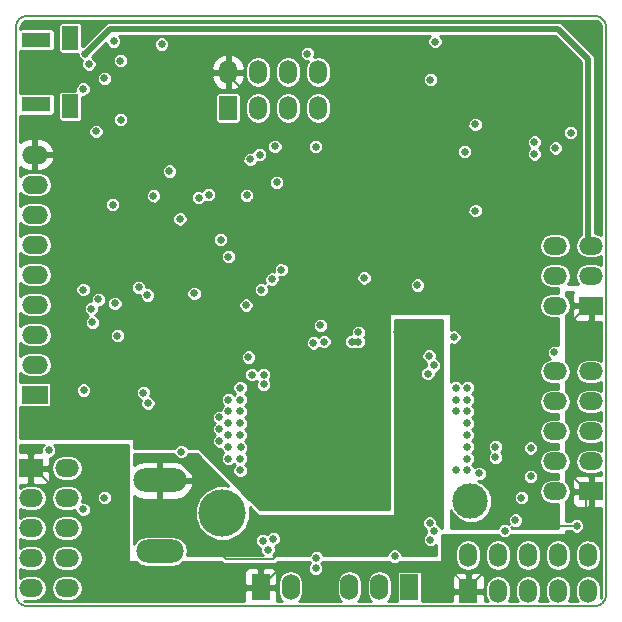
<source format=gbr>
%FSLAX34Y34*%
G04 Gerber Fmt 3.4, Leading zero omitted, Abs format*
G04 (created by PCBNEW (2013-11-08 BZR 4448)-product) date 2013-12-07T17:29:24 CET*
%MOIN*%
G01*
G70*
G90*
G04 APERTURE LIST*
%ADD10C,0.005906*%
%ADD11C,0.118110*%
%ADD12R,0.055100X0.078700*%
%ADD13R,0.096500X0.051200*%
%ADD14R,0.060000X0.086600*%
%ADD15O,0.060000X0.086600*%
%ADD16R,0.078700X0.060000*%
%ADD17O,0.078700X0.060000*%
%ADD18R,0.060000X0.078700*%
%ADD19O,0.060000X0.078700*%
%ADD20R,0.086600X0.060000*%
%ADD21O,0.086600X0.060000*%
%ADD22C,0.157480*%
%ADD23O,0.157500X0.078700*%
%ADD24O,0.177200X0.078700*%
%ADD25C,0.025000*%
%ADD26C,0.008000*%
%ADD27C,0.020000*%
%ADD28C,0.010000*%
G04 APERTURE END LIST*
G54D10*
X42913Y-43307D02*
G75*
G03X43307Y-42913I0J393D01*
G74*
G01*
X23622Y-42913D02*
G75*
G03X24015Y-43307I393J0D01*
G74*
G01*
X24015Y-23622D02*
G75*
G03X23622Y-24015I0J-393D01*
G74*
G01*
X43307Y-24015D02*
G75*
G03X42913Y-23622I-393J0D01*
G74*
G01*
X23622Y-42913D02*
X23622Y-24015D01*
X42913Y-43307D02*
X24015Y-43307D01*
X43307Y-24015D02*
X43307Y-42913D01*
X24015Y-23622D02*
X42913Y-23622D01*
G54D11*
X38779Y-39803D03*
G54D12*
X25443Y-24358D03*
X25443Y-26642D03*
G54D13*
X24309Y-24427D03*
X24309Y-26573D03*
G54D14*
X36748Y-42677D03*
G54D15*
X35748Y-42677D03*
X34748Y-42677D03*
G54D16*
X24126Y-38708D03*
G54D17*
X25322Y-38708D03*
X24126Y-39708D03*
X25322Y-39708D03*
X24126Y-40708D03*
X25322Y-40708D03*
X24126Y-41708D03*
X25322Y-41708D03*
X24126Y-42708D03*
X25322Y-42708D03*
G54D18*
X38708Y-42802D03*
G54D19*
X38708Y-41606D03*
X39708Y-42802D03*
X39708Y-41606D03*
X40708Y-42802D03*
X40708Y-41606D03*
X41708Y-42802D03*
X41708Y-41606D03*
X42708Y-42802D03*
X42708Y-41606D03*
G54D16*
X42802Y-39480D03*
G54D17*
X41606Y-39480D03*
X42802Y-38480D03*
X41606Y-38480D03*
X42802Y-37480D03*
X41606Y-37480D03*
X42802Y-36480D03*
X41606Y-36480D03*
X42802Y-35480D03*
X41606Y-35480D03*
G54D14*
X31783Y-42677D03*
G54D15*
X32783Y-42677D03*
G54D18*
X30700Y-26698D03*
G54D19*
X30700Y-25502D03*
X31700Y-26698D03*
X31700Y-25502D03*
X32700Y-26698D03*
X32700Y-25502D03*
X33700Y-26698D03*
X33700Y-25502D03*
G54D20*
X24250Y-36250D03*
G54D21*
X24250Y-35250D03*
X24250Y-34250D03*
X24250Y-33250D03*
X24250Y-32250D03*
X24250Y-31250D03*
X24250Y-30250D03*
X24250Y-29250D03*
X24250Y-28250D03*
G54D16*
X42802Y-33283D03*
G54D17*
X41606Y-33283D03*
X42802Y-32283D03*
X41606Y-32283D03*
X42802Y-31283D03*
X41606Y-31283D03*
G54D22*
X30512Y-40196D03*
G54D23*
X28425Y-41476D03*
G54D24*
X28425Y-39113D03*
G54D25*
X36574Y-35925D03*
X37007Y-33858D03*
X36377Y-39960D03*
X36889Y-41496D03*
X36614Y-40157D03*
X28228Y-38346D03*
X36574Y-41417D03*
X36338Y-34173D03*
X39724Y-30905D03*
X34212Y-27755D03*
X26574Y-30275D03*
X26653Y-31574D03*
X42322Y-40629D03*
X41338Y-34566D03*
X28838Y-36102D03*
X28779Y-25826D03*
X36259Y-25590D03*
X37480Y-26574D03*
X40236Y-27362D03*
X40590Y-27362D03*
X40236Y-27047D03*
X32795Y-31811D03*
X31574Y-32992D03*
X29527Y-29960D03*
X28366Y-33267D03*
X31574Y-29842D03*
X39606Y-37992D03*
X26574Y-39685D03*
X40275Y-40433D03*
X40787Y-38976D03*
X40472Y-39685D03*
X26377Y-33070D03*
X36259Y-41633D03*
X26141Y-33385D03*
X29133Y-38149D03*
X33641Y-41692D03*
X27716Y-32677D03*
X26929Y-33208D03*
X26181Y-33838D03*
X25866Y-32755D03*
X34823Y-34488D03*
X35039Y-34488D03*
X35039Y-34173D03*
X32165Y-32401D03*
X33622Y-42047D03*
X33897Y-34488D03*
X31811Y-32755D03*
X24724Y-38110D03*
X39921Y-40787D03*
X40787Y-38031D03*
X33346Y-24881D03*
X28208Y-29625D03*
X27106Y-25118D03*
X30059Y-29586D03*
X29724Y-29685D03*
X32263Y-27972D03*
X31318Y-29606D03*
X31437Y-28405D03*
X31751Y-28248D03*
X28031Y-36535D03*
X27874Y-36181D03*
X25944Y-24881D03*
X26062Y-25236D03*
X26574Y-25708D03*
X29566Y-32874D03*
X33543Y-34527D03*
X33779Y-33937D03*
X25866Y-40078D03*
X39606Y-38346D03*
X41574Y-34842D03*
X38937Y-30118D03*
X31850Y-41122D03*
X31889Y-35590D03*
X31889Y-35905D03*
X32204Y-41062D03*
X26889Y-24468D03*
X28740Y-28799D03*
X31377Y-35000D03*
X31496Y-35590D03*
X31102Y-36023D03*
X31102Y-36417D03*
X31102Y-36811D03*
X31102Y-37598D03*
X31102Y-37204D03*
X30708Y-37598D03*
X30708Y-36811D03*
X30708Y-36417D03*
X30708Y-37204D03*
X30708Y-37992D03*
X33622Y-27992D03*
X25885Y-36102D03*
X27007Y-34291D03*
X30708Y-31653D03*
X30452Y-31082D03*
X25866Y-26062D03*
X26299Y-27480D03*
X27125Y-27086D03*
X31102Y-38779D03*
X30708Y-38385D03*
X31102Y-38385D03*
X32027Y-41417D03*
X37440Y-41082D03*
X39074Y-38877D03*
X38681Y-38779D03*
X38681Y-36023D03*
X37559Y-35275D03*
X38228Y-34330D03*
X35236Y-32362D03*
X37007Y-32598D03*
X37598Y-24488D03*
X37440Y-25748D03*
X38937Y-27244D03*
X40905Y-27834D03*
X38582Y-28149D03*
X40905Y-28228D03*
X41614Y-28031D03*
X42125Y-27519D03*
X38287Y-36023D03*
X38681Y-36417D03*
X38287Y-36417D03*
X38681Y-36811D03*
X38287Y-36811D03*
X38681Y-38385D03*
X38287Y-38779D03*
X38681Y-37992D03*
X38681Y-37204D03*
X38681Y-37598D03*
X30413Y-37401D03*
X30413Y-37795D03*
X30413Y-37007D03*
X31122Y-38011D03*
X37421Y-40531D03*
X37559Y-40787D03*
X37362Y-35551D03*
X37401Y-34960D03*
X26850Y-29921D03*
X32480Y-32086D03*
X31299Y-33267D03*
X29094Y-30393D03*
X28011Y-32933D03*
X32322Y-29173D03*
X28484Y-24566D03*
G54D26*
X36574Y-41417D02*
X36889Y-41102D01*
X36889Y-34724D02*
X36338Y-34173D01*
X36889Y-41102D02*
X36889Y-34724D01*
X28228Y-38346D02*
X28937Y-38346D01*
X36496Y-41338D02*
X36574Y-41417D01*
X32598Y-41338D02*
X36496Y-41338D01*
X32204Y-41732D02*
X32598Y-41338D01*
X30629Y-41732D02*
X32204Y-41732D01*
X29527Y-40629D02*
X30629Y-41732D01*
X29527Y-38937D02*
X29527Y-40629D01*
X28937Y-38346D02*
X29527Y-38937D01*
X39724Y-30905D02*
X40236Y-30905D01*
X40236Y-30905D02*
X40236Y-30551D01*
X41338Y-34566D02*
X40236Y-33464D01*
X40236Y-33464D02*
X40236Y-30905D01*
X34212Y-26102D02*
X34212Y-27755D01*
X27007Y-30708D02*
X29527Y-30708D01*
X26574Y-30275D02*
X27007Y-30708D01*
X26653Y-31574D02*
X29527Y-31574D01*
X41338Y-34566D02*
X40354Y-35551D01*
X41653Y-40629D02*
X42322Y-40629D01*
X40905Y-39881D02*
X41653Y-40629D01*
X40905Y-39606D02*
X40905Y-39881D01*
X40354Y-39055D02*
X40905Y-39606D01*
X40354Y-35551D02*
X40354Y-39055D01*
X28366Y-33267D02*
X28838Y-33740D01*
X28838Y-33740D02*
X28838Y-36102D01*
X30688Y-32106D02*
X31181Y-31614D01*
X32598Y-31614D02*
X32795Y-31811D01*
X31181Y-31614D02*
X32598Y-31614D01*
X29527Y-32106D02*
X30688Y-32106D01*
X30688Y-32106D02*
X31574Y-32992D01*
X29527Y-29960D02*
X29527Y-30708D01*
X29527Y-30708D02*
X29527Y-31574D01*
X29527Y-31574D02*
X29527Y-32106D01*
X29527Y-32106D02*
X28366Y-33267D01*
X29527Y-29960D02*
X29566Y-30000D01*
X31417Y-30000D02*
X31574Y-29842D01*
X29566Y-30000D02*
X31417Y-30000D01*
X29055Y-26102D02*
X29055Y-29488D01*
X29055Y-29488D02*
X29527Y-29960D01*
X28779Y-25826D02*
X26356Y-28250D01*
X26356Y-28250D02*
X24250Y-28250D01*
X31202Y-26102D02*
X29055Y-26102D01*
X29055Y-26102D02*
X28779Y-25826D01*
X36259Y-25590D02*
X35748Y-26102D01*
X31202Y-26102D02*
X30700Y-25600D01*
X35748Y-26102D02*
X34212Y-26102D01*
X34212Y-26102D02*
X31202Y-26102D01*
X37480Y-26574D02*
X36496Y-25590D01*
X36496Y-25590D02*
X36259Y-25590D01*
X40236Y-27362D02*
X39448Y-26574D01*
X39448Y-26574D02*
X37480Y-26574D01*
X40236Y-27362D02*
X40236Y-30551D01*
G54D27*
X42704Y-25066D02*
X42704Y-31283D01*
X41692Y-24055D02*
X42704Y-25066D01*
X26771Y-24055D02*
X41692Y-24055D01*
X25944Y-24881D02*
X26771Y-24055D01*
G54D26*
X31783Y-42677D02*
X27677Y-42677D01*
X24728Y-39212D02*
X24224Y-38708D01*
X25629Y-39212D02*
X24728Y-39212D01*
X26732Y-40314D02*
X25629Y-39212D01*
X26732Y-41732D02*
X26732Y-40314D01*
X27677Y-42677D02*
X26732Y-41732D01*
X38708Y-42704D02*
X38051Y-42047D01*
X32531Y-41929D02*
X31783Y-42677D01*
X32952Y-41929D02*
X32531Y-41929D01*
X33464Y-42440D02*
X32952Y-41929D01*
X34015Y-42440D02*
X33464Y-42440D01*
X34409Y-42047D02*
X34015Y-42440D01*
X38051Y-42047D02*
X34409Y-42047D01*
X42704Y-39480D02*
X42637Y-39547D01*
X39208Y-42204D02*
X38708Y-42704D01*
X41929Y-42204D02*
X39208Y-42204D01*
X42204Y-41929D02*
X41929Y-42204D01*
X42204Y-41181D02*
X42204Y-41929D01*
X42637Y-40748D02*
X42204Y-41181D01*
X42637Y-39547D02*
X42637Y-40748D01*
X42704Y-33283D02*
X42244Y-33744D01*
X42244Y-39019D02*
X42704Y-39480D01*
X42244Y-33744D02*
X42244Y-39019D01*
G54D10*
G36*
X43147Y-42897D02*
X43126Y-43001D01*
X43116Y-43017D01*
X43138Y-42906D01*
X43138Y-42698D01*
X43138Y-41710D01*
X43138Y-41502D01*
X43105Y-41338D01*
X43012Y-41198D01*
X42873Y-41105D01*
X42752Y-41081D01*
X42752Y-39967D01*
X42752Y-39530D01*
X42752Y-39430D01*
X42752Y-38992D01*
X42690Y-38930D01*
X42458Y-38930D01*
X42359Y-38930D01*
X42267Y-38968D01*
X42197Y-39038D01*
X42159Y-39130D01*
X42159Y-39367D01*
X42221Y-39430D01*
X42752Y-39430D01*
X42752Y-39530D01*
X42221Y-39530D01*
X42159Y-39592D01*
X42159Y-39830D01*
X42197Y-39921D01*
X42267Y-39992D01*
X42359Y-40030D01*
X42458Y-40030D01*
X42690Y-40030D01*
X42752Y-39967D01*
X42752Y-41081D01*
X42708Y-41072D01*
X42544Y-41105D01*
X42404Y-41198D01*
X42311Y-41338D01*
X42278Y-41502D01*
X42278Y-41710D01*
X42311Y-41875D01*
X42404Y-42014D01*
X42544Y-42107D01*
X42708Y-42140D01*
X42873Y-42107D01*
X43012Y-42014D01*
X43105Y-41875D01*
X43138Y-41710D01*
X43138Y-42698D01*
X43105Y-42534D01*
X43012Y-42394D01*
X42873Y-42301D01*
X42708Y-42268D01*
X42544Y-42301D01*
X42404Y-42394D01*
X42311Y-42534D01*
X42278Y-42698D01*
X42278Y-42906D01*
X42311Y-43071D01*
X42362Y-43147D01*
X42054Y-43147D01*
X42105Y-43071D01*
X42138Y-42906D01*
X42138Y-42698D01*
X42138Y-41710D01*
X42138Y-41502D01*
X42105Y-41338D01*
X42012Y-41198D01*
X41873Y-41105D01*
X41708Y-41072D01*
X41544Y-41105D01*
X41404Y-41198D01*
X41311Y-41338D01*
X41278Y-41502D01*
X41278Y-41710D01*
X41311Y-41875D01*
X41404Y-42014D01*
X41544Y-42107D01*
X41708Y-42140D01*
X41873Y-42107D01*
X42012Y-42014D01*
X42105Y-41875D01*
X42138Y-41710D01*
X42138Y-42698D01*
X42105Y-42534D01*
X42012Y-42394D01*
X41873Y-42301D01*
X41708Y-42268D01*
X41544Y-42301D01*
X41404Y-42394D01*
X41311Y-42534D01*
X41278Y-42698D01*
X41278Y-42906D01*
X41311Y-43071D01*
X41362Y-43147D01*
X41054Y-43147D01*
X41105Y-43071D01*
X41138Y-42906D01*
X41138Y-42698D01*
X41138Y-41710D01*
X41138Y-41502D01*
X41105Y-41338D01*
X41012Y-41198D01*
X40873Y-41105D01*
X40708Y-41072D01*
X40544Y-41105D01*
X40404Y-41198D01*
X40311Y-41338D01*
X40278Y-41502D01*
X40278Y-41710D01*
X40311Y-41875D01*
X40404Y-42014D01*
X40544Y-42107D01*
X40708Y-42140D01*
X40873Y-42107D01*
X41012Y-42014D01*
X41105Y-41875D01*
X41138Y-41710D01*
X41138Y-42698D01*
X41105Y-42534D01*
X41012Y-42394D01*
X40873Y-42301D01*
X40708Y-42268D01*
X40544Y-42301D01*
X40404Y-42394D01*
X40311Y-42534D01*
X40278Y-42698D01*
X40278Y-42906D01*
X40311Y-43071D01*
X40362Y-43147D01*
X40054Y-43147D01*
X40105Y-43071D01*
X40138Y-42906D01*
X40138Y-42698D01*
X40138Y-41710D01*
X40138Y-41502D01*
X40105Y-41338D01*
X40012Y-41198D01*
X39873Y-41105D01*
X39708Y-41072D01*
X39544Y-41105D01*
X39404Y-41198D01*
X39311Y-41338D01*
X39278Y-41502D01*
X39278Y-41710D01*
X39311Y-41875D01*
X39404Y-42014D01*
X39544Y-42107D01*
X39708Y-42140D01*
X39873Y-42107D01*
X40012Y-42014D01*
X40105Y-41875D01*
X40138Y-41710D01*
X40138Y-42698D01*
X40105Y-42534D01*
X40012Y-42394D01*
X39873Y-42301D01*
X39708Y-42268D01*
X39544Y-42301D01*
X39404Y-42394D01*
X39311Y-42534D01*
X39278Y-42698D01*
X39278Y-42906D01*
X39311Y-43071D01*
X39362Y-43147D01*
X39258Y-43147D01*
X39258Y-43146D01*
X39258Y-42915D01*
X39258Y-42690D01*
X39258Y-42458D01*
X39258Y-42359D01*
X39220Y-42267D01*
X39150Y-42197D01*
X39138Y-42192D01*
X39138Y-41710D01*
X39138Y-41502D01*
X39105Y-41338D01*
X39012Y-41198D01*
X38873Y-41105D01*
X38708Y-41072D01*
X38544Y-41105D01*
X38404Y-41198D01*
X38311Y-41338D01*
X38278Y-41502D01*
X38278Y-41710D01*
X38311Y-41875D01*
X38404Y-42014D01*
X38544Y-42107D01*
X38708Y-42140D01*
X38873Y-42107D01*
X39012Y-42014D01*
X39105Y-41875D01*
X39138Y-41710D01*
X39138Y-42192D01*
X39058Y-42159D01*
X38821Y-42159D01*
X38758Y-42221D01*
X38758Y-42752D01*
X39196Y-42752D01*
X39258Y-42690D01*
X39258Y-42915D01*
X39196Y-42852D01*
X38758Y-42852D01*
X38758Y-42860D01*
X38658Y-42860D01*
X38658Y-42852D01*
X38658Y-42752D01*
X38658Y-42221D01*
X38596Y-42159D01*
X38358Y-42159D01*
X38267Y-42197D01*
X38196Y-42267D01*
X38158Y-42359D01*
X38158Y-42458D01*
X38158Y-42690D01*
X38221Y-42752D01*
X38658Y-42752D01*
X38658Y-42852D01*
X38221Y-42852D01*
X38158Y-42915D01*
X38158Y-43146D01*
X38158Y-43147D01*
X37173Y-43147D01*
X37178Y-43136D01*
X37178Y-43084D01*
X37178Y-42218D01*
X37158Y-42170D01*
X37121Y-42133D01*
X37073Y-42114D01*
X37022Y-42114D01*
X36422Y-42114D01*
X36374Y-42133D01*
X36337Y-42170D01*
X36318Y-42218D01*
X36318Y-42270D01*
X36318Y-43136D01*
X36322Y-43147D01*
X36018Y-43147D01*
X36052Y-43125D01*
X36145Y-42985D01*
X36178Y-42821D01*
X36178Y-42533D01*
X36145Y-42368D01*
X36052Y-42229D01*
X35912Y-42135D01*
X35748Y-42103D01*
X35583Y-42135D01*
X35443Y-42229D01*
X35350Y-42368D01*
X35318Y-42533D01*
X35318Y-42821D01*
X35350Y-42985D01*
X35443Y-43125D01*
X35477Y-43147D01*
X35018Y-43147D01*
X35052Y-43125D01*
X35145Y-42985D01*
X35178Y-42821D01*
X35178Y-42533D01*
X35145Y-42368D01*
X35052Y-42229D01*
X34912Y-42135D01*
X34748Y-42103D01*
X34583Y-42135D01*
X34443Y-42229D01*
X34350Y-42368D01*
X34318Y-42533D01*
X34318Y-42821D01*
X34350Y-42985D01*
X34443Y-43125D01*
X34477Y-43147D01*
X33054Y-43147D01*
X33087Y-43125D01*
X33180Y-42985D01*
X33213Y-42821D01*
X33213Y-42533D01*
X33180Y-42368D01*
X33087Y-42229D01*
X32948Y-42135D01*
X32783Y-42103D01*
X32618Y-42135D01*
X32479Y-42229D01*
X32386Y-42368D01*
X32353Y-42533D01*
X32353Y-42821D01*
X32386Y-42985D01*
X32479Y-43125D01*
X32512Y-43147D01*
X32333Y-43147D01*
X32333Y-43060D01*
X32333Y-42789D01*
X32333Y-42564D01*
X32333Y-42293D01*
X32333Y-42194D01*
X32295Y-42102D01*
X32225Y-42032D01*
X32133Y-41994D01*
X31895Y-41994D01*
X31833Y-42056D01*
X31833Y-42627D01*
X32270Y-42627D01*
X32333Y-42564D01*
X32333Y-42789D01*
X32270Y-42727D01*
X31833Y-42727D01*
X31833Y-42735D01*
X31733Y-42735D01*
X31733Y-42727D01*
X31733Y-42627D01*
X31733Y-42056D01*
X31670Y-41994D01*
X31433Y-41994D01*
X31341Y-42032D01*
X31271Y-42102D01*
X31233Y-42194D01*
X31233Y-42293D01*
X31233Y-42564D01*
X31295Y-42627D01*
X31733Y-42627D01*
X31733Y-42727D01*
X31295Y-42727D01*
X31233Y-42789D01*
X31233Y-43060D01*
X31233Y-43147D01*
X26829Y-43147D01*
X26829Y-39634D01*
X26791Y-39540D01*
X26719Y-39468D01*
X26625Y-39430D01*
X26524Y-39429D01*
X26430Y-39468D01*
X26358Y-39540D01*
X26319Y-39634D01*
X26319Y-39735D01*
X26358Y-39829D01*
X26430Y-39901D01*
X26523Y-39939D01*
X26625Y-39940D01*
X26719Y-39901D01*
X26790Y-39829D01*
X26829Y-39735D01*
X26829Y-39634D01*
X26829Y-43147D01*
X26121Y-43147D01*
X26121Y-40028D01*
X26082Y-39934D01*
X26010Y-39862D01*
X25917Y-39823D01*
X25833Y-39823D01*
X25856Y-39708D01*
X25856Y-38708D01*
X25823Y-38544D01*
X25730Y-38404D01*
X25590Y-38311D01*
X25426Y-38278D01*
X25218Y-38278D01*
X25054Y-38311D01*
X24914Y-38404D01*
X24821Y-38544D01*
X24788Y-38708D01*
X24821Y-38873D01*
X24914Y-39012D01*
X25054Y-39105D01*
X25218Y-39138D01*
X25426Y-39138D01*
X25590Y-39105D01*
X25730Y-39012D01*
X25823Y-38873D01*
X25856Y-38708D01*
X25856Y-39708D01*
X25823Y-39544D01*
X25730Y-39404D01*
X25590Y-39311D01*
X25426Y-39278D01*
X25218Y-39278D01*
X25054Y-39311D01*
X24914Y-39404D01*
X24821Y-39544D01*
X24788Y-39708D01*
X24821Y-39873D01*
X24914Y-40012D01*
X25054Y-40105D01*
X25218Y-40138D01*
X25426Y-40138D01*
X25590Y-40105D01*
X25611Y-40092D01*
X25611Y-40129D01*
X25649Y-40222D01*
X25721Y-40294D01*
X25815Y-40333D01*
X25916Y-40333D01*
X26010Y-40295D01*
X26082Y-40223D01*
X26121Y-40129D01*
X26121Y-40028D01*
X26121Y-43147D01*
X25856Y-43147D01*
X25856Y-42708D01*
X25856Y-41708D01*
X25856Y-40708D01*
X25823Y-40544D01*
X25730Y-40404D01*
X25590Y-40311D01*
X25426Y-40278D01*
X25218Y-40278D01*
X25054Y-40311D01*
X24914Y-40404D01*
X24821Y-40544D01*
X24788Y-40708D01*
X24821Y-40873D01*
X24914Y-41012D01*
X25054Y-41105D01*
X25218Y-41138D01*
X25426Y-41138D01*
X25590Y-41105D01*
X25730Y-41012D01*
X25823Y-40873D01*
X25856Y-40708D01*
X25856Y-41708D01*
X25823Y-41544D01*
X25730Y-41404D01*
X25590Y-41311D01*
X25426Y-41278D01*
X25218Y-41278D01*
X25054Y-41311D01*
X24914Y-41404D01*
X24821Y-41544D01*
X24788Y-41708D01*
X24821Y-41873D01*
X24914Y-42012D01*
X25054Y-42105D01*
X25218Y-42138D01*
X25426Y-42138D01*
X25590Y-42105D01*
X25730Y-42012D01*
X25823Y-41873D01*
X25856Y-41708D01*
X25856Y-42708D01*
X25823Y-42544D01*
X25730Y-42404D01*
X25590Y-42311D01*
X25426Y-42278D01*
X25218Y-42278D01*
X25054Y-42311D01*
X24914Y-42404D01*
X24821Y-42544D01*
X24788Y-42708D01*
X24821Y-42873D01*
X24914Y-43012D01*
X25054Y-43105D01*
X25218Y-43138D01*
X25426Y-43138D01*
X25590Y-43105D01*
X25730Y-43012D01*
X25823Y-42873D01*
X25856Y-42708D01*
X25856Y-43147D01*
X24769Y-43147D01*
X24769Y-39058D01*
X24769Y-38821D01*
X24707Y-38758D01*
X24176Y-38758D01*
X24176Y-39196D01*
X24238Y-39258D01*
X24470Y-39258D01*
X24569Y-39258D01*
X24661Y-39220D01*
X24731Y-39150D01*
X24769Y-39058D01*
X24769Y-43147D01*
X24031Y-43147D01*
X23927Y-43126D01*
X23912Y-43116D01*
X24022Y-43138D01*
X24230Y-43138D01*
X24394Y-43105D01*
X24534Y-43012D01*
X24627Y-42873D01*
X24660Y-42708D01*
X24627Y-42544D01*
X24534Y-42404D01*
X24394Y-42311D01*
X24230Y-42278D01*
X24022Y-42278D01*
X23858Y-42311D01*
X23781Y-42362D01*
X23781Y-42054D01*
X23858Y-42105D01*
X24022Y-42138D01*
X24230Y-42138D01*
X24394Y-42105D01*
X24534Y-42012D01*
X24627Y-41873D01*
X24660Y-41708D01*
X24627Y-41544D01*
X24534Y-41404D01*
X24394Y-41311D01*
X24230Y-41278D01*
X24022Y-41278D01*
X23858Y-41311D01*
X23781Y-41362D01*
X23781Y-41054D01*
X23858Y-41105D01*
X24022Y-41138D01*
X24230Y-41138D01*
X24394Y-41105D01*
X24534Y-41012D01*
X24627Y-40873D01*
X24660Y-40708D01*
X24627Y-40544D01*
X24534Y-40404D01*
X24394Y-40311D01*
X24230Y-40278D01*
X24022Y-40278D01*
X23858Y-40311D01*
X23781Y-40362D01*
X23781Y-40054D01*
X23858Y-40105D01*
X24022Y-40138D01*
X24230Y-40138D01*
X24394Y-40105D01*
X24534Y-40012D01*
X24627Y-39873D01*
X24660Y-39708D01*
X24627Y-39544D01*
X24534Y-39404D01*
X24394Y-39311D01*
X24230Y-39278D01*
X24022Y-39278D01*
X23858Y-39311D01*
X23781Y-39362D01*
X23781Y-39258D01*
X23782Y-39258D01*
X24013Y-39258D01*
X24076Y-39196D01*
X24076Y-38758D01*
X24068Y-38758D01*
X24068Y-38658D01*
X24076Y-38658D01*
X24076Y-38221D01*
X24013Y-38158D01*
X23782Y-38158D01*
X23781Y-38158D01*
X23781Y-37924D01*
X24550Y-37924D01*
X24508Y-37965D01*
X24469Y-38059D01*
X24469Y-38158D01*
X24238Y-38158D01*
X24176Y-38221D01*
X24176Y-38658D01*
X24707Y-38658D01*
X24769Y-38596D01*
X24769Y-38365D01*
X24774Y-38365D01*
X24868Y-38326D01*
X24940Y-38254D01*
X24979Y-38161D01*
X24979Y-38059D01*
X24940Y-37965D01*
X24898Y-37924D01*
X27351Y-37924D01*
X27351Y-41821D01*
X27626Y-41821D01*
X27643Y-41846D01*
X27812Y-41960D01*
X28013Y-42000D01*
X28837Y-42000D01*
X29037Y-41960D01*
X29207Y-41846D01*
X29224Y-41821D01*
X30478Y-41821D01*
X30509Y-41852D01*
X30564Y-41889D01*
X30564Y-41889D01*
X30629Y-41902D01*
X32204Y-41902D01*
X32269Y-41889D01*
X32269Y-41889D01*
X32324Y-41852D01*
X32355Y-41821D01*
X33419Y-41821D01*
X33425Y-41837D01*
X33448Y-41860D01*
X33405Y-41902D01*
X33367Y-41996D01*
X33367Y-42097D01*
X33405Y-42191D01*
X33477Y-42263D01*
X33571Y-42302D01*
X33672Y-42302D01*
X33766Y-42263D01*
X33838Y-42191D01*
X33877Y-42098D01*
X33877Y-41996D01*
X33838Y-41902D01*
X33815Y-41879D01*
X33857Y-41837D01*
X33864Y-41821D01*
X36087Y-41821D01*
X36115Y-41849D01*
X36208Y-41888D01*
X36310Y-41888D01*
X36404Y-41850D01*
X36432Y-41821D01*
X37845Y-41821D01*
X37845Y-40916D01*
X39698Y-40916D01*
X39704Y-40931D01*
X39776Y-41003D01*
X39870Y-41042D01*
X39971Y-41042D01*
X40065Y-41003D01*
X40137Y-40932D01*
X40143Y-40916D01*
X41979Y-40916D01*
X41979Y-40799D01*
X42132Y-40799D01*
X42178Y-40845D01*
X42271Y-40884D01*
X42373Y-40884D01*
X42467Y-40846D01*
X42538Y-40774D01*
X42577Y-40680D01*
X42577Y-40579D01*
X42539Y-40485D01*
X42467Y-40413D01*
X42373Y-40374D01*
X42272Y-40374D01*
X42178Y-40413D01*
X42132Y-40459D01*
X41979Y-40459D01*
X41979Y-39808D01*
X42014Y-39784D01*
X42107Y-39644D01*
X42140Y-39480D01*
X42107Y-39315D01*
X42014Y-39176D01*
X41979Y-39152D01*
X41979Y-38808D01*
X42014Y-38784D01*
X42107Y-38644D01*
X42140Y-38480D01*
X42107Y-38315D01*
X42014Y-38176D01*
X41979Y-38152D01*
X41979Y-37808D01*
X42014Y-37784D01*
X42107Y-37644D01*
X42140Y-37480D01*
X42107Y-37315D01*
X42014Y-37176D01*
X41979Y-37152D01*
X41979Y-36808D01*
X42014Y-36784D01*
X42107Y-36644D01*
X42140Y-36480D01*
X42107Y-36315D01*
X42014Y-36176D01*
X41979Y-36152D01*
X41979Y-35808D01*
X42014Y-35784D01*
X42107Y-35644D01*
X42140Y-35480D01*
X42107Y-35315D01*
X42014Y-35176D01*
X41979Y-35152D01*
X41979Y-33611D01*
X42014Y-33587D01*
X42107Y-33448D01*
X42140Y-33283D01*
X42107Y-33118D01*
X42014Y-32979D01*
X41979Y-32955D01*
X41979Y-32845D01*
X42195Y-32845D01*
X42159Y-32933D01*
X42159Y-33170D01*
X42221Y-33233D01*
X42752Y-33233D01*
X42752Y-33225D01*
X42852Y-33225D01*
X42852Y-33233D01*
X42860Y-33233D01*
X42860Y-33333D01*
X42852Y-33333D01*
X42852Y-33770D01*
X42915Y-33833D01*
X43146Y-33833D01*
X43147Y-33833D01*
X43147Y-35134D01*
X43071Y-35083D01*
X42906Y-35050D01*
X42752Y-35050D01*
X42752Y-33770D01*
X42752Y-33333D01*
X42221Y-33333D01*
X42159Y-33395D01*
X42159Y-33633D01*
X42197Y-33725D01*
X42267Y-33795D01*
X42359Y-33833D01*
X42458Y-33833D01*
X42690Y-33833D01*
X42752Y-33770D01*
X42752Y-35050D01*
X42698Y-35050D01*
X42534Y-35083D01*
X42394Y-35176D01*
X42301Y-35315D01*
X42268Y-35480D01*
X42301Y-35644D01*
X42394Y-35784D01*
X42534Y-35877D01*
X42698Y-35910D01*
X42906Y-35910D01*
X43071Y-35877D01*
X43147Y-35826D01*
X43147Y-36134D01*
X43071Y-36083D01*
X42906Y-36050D01*
X42698Y-36050D01*
X42534Y-36083D01*
X42394Y-36176D01*
X42301Y-36315D01*
X42268Y-36480D01*
X42301Y-36644D01*
X42394Y-36784D01*
X42534Y-36877D01*
X42698Y-36910D01*
X42906Y-36910D01*
X43071Y-36877D01*
X43147Y-36826D01*
X43147Y-37134D01*
X43071Y-37083D01*
X42906Y-37050D01*
X42698Y-37050D01*
X42534Y-37083D01*
X42394Y-37176D01*
X42301Y-37315D01*
X42268Y-37480D01*
X42301Y-37644D01*
X42394Y-37784D01*
X42534Y-37877D01*
X42698Y-37910D01*
X42906Y-37910D01*
X43071Y-37877D01*
X43147Y-37826D01*
X43147Y-38134D01*
X43071Y-38083D01*
X42906Y-38050D01*
X42698Y-38050D01*
X42534Y-38083D01*
X42394Y-38176D01*
X42301Y-38315D01*
X42268Y-38480D01*
X42301Y-38644D01*
X42394Y-38784D01*
X42534Y-38877D01*
X42698Y-38910D01*
X42906Y-38910D01*
X43071Y-38877D01*
X43147Y-38826D01*
X43147Y-38930D01*
X43146Y-38930D01*
X42915Y-38930D01*
X42852Y-38992D01*
X42852Y-39430D01*
X42860Y-39430D01*
X42860Y-39530D01*
X42852Y-39530D01*
X42852Y-39967D01*
X42915Y-40030D01*
X43146Y-40030D01*
X43147Y-40030D01*
X43147Y-42897D01*
X43147Y-42897D01*
G37*
G54D28*
X43147Y-42897D02*
X43126Y-43001D01*
X43116Y-43017D01*
X43138Y-42906D01*
X43138Y-42698D01*
X43138Y-41710D01*
X43138Y-41502D01*
X43105Y-41338D01*
X43012Y-41198D01*
X42873Y-41105D01*
X42752Y-41081D01*
X42752Y-39967D01*
X42752Y-39530D01*
X42752Y-39430D01*
X42752Y-38992D01*
X42690Y-38930D01*
X42458Y-38930D01*
X42359Y-38930D01*
X42267Y-38968D01*
X42197Y-39038D01*
X42159Y-39130D01*
X42159Y-39367D01*
X42221Y-39430D01*
X42752Y-39430D01*
X42752Y-39530D01*
X42221Y-39530D01*
X42159Y-39592D01*
X42159Y-39830D01*
X42197Y-39921D01*
X42267Y-39992D01*
X42359Y-40030D01*
X42458Y-40030D01*
X42690Y-40030D01*
X42752Y-39967D01*
X42752Y-41081D01*
X42708Y-41072D01*
X42544Y-41105D01*
X42404Y-41198D01*
X42311Y-41338D01*
X42278Y-41502D01*
X42278Y-41710D01*
X42311Y-41875D01*
X42404Y-42014D01*
X42544Y-42107D01*
X42708Y-42140D01*
X42873Y-42107D01*
X43012Y-42014D01*
X43105Y-41875D01*
X43138Y-41710D01*
X43138Y-42698D01*
X43105Y-42534D01*
X43012Y-42394D01*
X42873Y-42301D01*
X42708Y-42268D01*
X42544Y-42301D01*
X42404Y-42394D01*
X42311Y-42534D01*
X42278Y-42698D01*
X42278Y-42906D01*
X42311Y-43071D01*
X42362Y-43147D01*
X42054Y-43147D01*
X42105Y-43071D01*
X42138Y-42906D01*
X42138Y-42698D01*
X42138Y-41710D01*
X42138Y-41502D01*
X42105Y-41338D01*
X42012Y-41198D01*
X41873Y-41105D01*
X41708Y-41072D01*
X41544Y-41105D01*
X41404Y-41198D01*
X41311Y-41338D01*
X41278Y-41502D01*
X41278Y-41710D01*
X41311Y-41875D01*
X41404Y-42014D01*
X41544Y-42107D01*
X41708Y-42140D01*
X41873Y-42107D01*
X42012Y-42014D01*
X42105Y-41875D01*
X42138Y-41710D01*
X42138Y-42698D01*
X42105Y-42534D01*
X42012Y-42394D01*
X41873Y-42301D01*
X41708Y-42268D01*
X41544Y-42301D01*
X41404Y-42394D01*
X41311Y-42534D01*
X41278Y-42698D01*
X41278Y-42906D01*
X41311Y-43071D01*
X41362Y-43147D01*
X41054Y-43147D01*
X41105Y-43071D01*
X41138Y-42906D01*
X41138Y-42698D01*
X41138Y-41710D01*
X41138Y-41502D01*
X41105Y-41338D01*
X41012Y-41198D01*
X40873Y-41105D01*
X40708Y-41072D01*
X40544Y-41105D01*
X40404Y-41198D01*
X40311Y-41338D01*
X40278Y-41502D01*
X40278Y-41710D01*
X40311Y-41875D01*
X40404Y-42014D01*
X40544Y-42107D01*
X40708Y-42140D01*
X40873Y-42107D01*
X41012Y-42014D01*
X41105Y-41875D01*
X41138Y-41710D01*
X41138Y-42698D01*
X41105Y-42534D01*
X41012Y-42394D01*
X40873Y-42301D01*
X40708Y-42268D01*
X40544Y-42301D01*
X40404Y-42394D01*
X40311Y-42534D01*
X40278Y-42698D01*
X40278Y-42906D01*
X40311Y-43071D01*
X40362Y-43147D01*
X40054Y-43147D01*
X40105Y-43071D01*
X40138Y-42906D01*
X40138Y-42698D01*
X40138Y-41710D01*
X40138Y-41502D01*
X40105Y-41338D01*
X40012Y-41198D01*
X39873Y-41105D01*
X39708Y-41072D01*
X39544Y-41105D01*
X39404Y-41198D01*
X39311Y-41338D01*
X39278Y-41502D01*
X39278Y-41710D01*
X39311Y-41875D01*
X39404Y-42014D01*
X39544Y-42107D01*
X39708Y-42140D01*
X39873Y-42107D01*
X40012Y-42014D01*
X40105Y-41875D01*
X40138Y-41710D01*
X40138Y-42698D01*
X40105Y-42534D01*
X40012Y-42394D01*
X39873Y-42301D01*
X39708Y-42268D01*
X39544Y-42301D01*
X39404Y-42394D01*
X39311Y-42534D01*
X39278Y-42698D01*
X39278Y-42906D01*
X39311Y-43071D01*
X39362Y-43147D01*
X39258Y-43147D01*
X39258Y-43146D01*
X39258Y-42915D01*
X39258Y-42690D01*
X39258Y-42458D01*
X39258Y-42359D01*
X39220Y-42267D01*
X39150Y-42197D01*
X39138Y-42192D01*
X39138Y-41710D01*
X39138Y-41502D01*
X39105Y-41338D01*
X39012Y-41198D01*
X38873Y-41105D01*
X38708Y-41072D01*
X38544Y-41105D01*
X38404Y-41198D01*
X38311Y-41338D01*
X38278Y-41502D01*
X38278Y-41710D01*
X38311Y-41875D01*
X38404Y-42014D01*
X38544Y-42107D01*
X38708Y-42140D01*
X38873Y-42107D01*
X39012Y-42014D01*
X39105Y-41875D01*
X39138Y-41710D01*
X39138Y-42192D01*
X39058Y-42159D01*
X38821Y-42159D01*
X38758Y-42221D01*
X38758Y-42752D01*
X39196Y-42752D01*
X39258Y-42690D01*
X39258Y-42915D01*
X39196Y-42852D01*
X38758Y-42852D01*
X38758Y-42860D01*
X38658Y-42860D01*
X38658Y-42852D01*
X38658Y-42752D01*
X38658Y-42221D01*
X38596Y-42159D01*
X38358Y-42159D01*
X38267Y-42197D01*
X38196Y-42267D01*
X38158Y-42359D01*
X38158Y-42458D01*
X38158Y-42690D01*
X38221Y-42752D01*
X38658Y-42752D01*
X38658Y-42852D01*
X38221Y-42852D01*
X38158Y-42915D01*
X38158Y-43146D01*
X38158Y-43147D01*
X37173Y-43147D01*
X37178Y-43136D01*
X37178Y-43084D01*
X37178Y-42218D01*
X37158Y-42170D01*
X37121Y-42133D01*
X37073Y-42114D01*
X37022Y-42114D01*
X36422Y-42114D01*
X36374Y-42133D01*
X36337Y-42170D01*
X36318Y-42218D01*
X36318Y-42270D01*
X36318Y-43136D01*
X36322Y-43147D01*
X36018Y-43147D01*
X36052Y-43125D01*
X36145Y-42985D01*
X36178Y-42821D01*
X36178Y-42533D01*
X36145Y-42368D01*
X36052Y-42229D01*
X35912Y-42135D01*
X35748Y-42103D01*
X35583Y-42135D01*
X35443Y-42229D01*
X35350Y-42368D01*
X35318Y-42533D01*
X35318Y-42821D01*
X35350Y-42985D01*
X35443Y-43125D01*
X35477Y-43147D01*
X35018Y-43147D01*
X35052Y-43125D01*
X35145Y-42985D01*
X35178Y-42821D01*
X35178Y-42533D01*
X35145Y-42368D01*
X35052Y-42229D01*
X34912Y-42135D01*
X34748Y-42103D01*
X34583Y-42135D01*
X34443Y-42229D01*
X34350Y-42368D01*
X34318Y-42533D01*
X34318Y-42821D01*
X34350Y-42985D01*
X34443Y-43125D01*
X34477Y-43147D01*
X33054Y-43147D01*
X33087Y-43125D01*
X33180Y-42985D01*
X33213Y-42821D01*
X33213Y-42533D01*
X33180Y-42368D01*
X33087Y-42229D01*
X32948Y-42135D01*
X32783Y-42103D01*
X32618Y-42135D01*
X32479Y-42229D01*
X32386Y-42368D01*
X32353Y-42533D01*
X32353Y-42821D01*
X32386Y-42985D01*
X32479Y-43125D01*
X32512Y-43147D01*
X32333Y-43147D01*
X32333Y-43060D01*
X32333Y-42789D01*
X32333Y-42564D01*
X32333Y-42293D01*
X32333Y-42194D01*
X32295Y-42102D01*
X32225Y-42032D01*
X32133Y-41994D01*
X31895Y-41994D01*
X31833Y-42056D01*
X31833Y-42627D01*
X32270Y-42627D01*
X32333Y-42564D01*
X32333Y-42789D01*
X32270Y-42727D01*
X31833Y-42727D01*
X31833Y-42735D01*
X31733Y-42735D01*
X31733Y-42727D01*
X31733Y-42627D01*
X31733Y-42056D01*
X31670Y-41994D01*
X31433Y-41994D01*
X31341Y-42032D01*
X31271Y-42102D01*
X31233Y-42194D01*
X31233Y-42293D01*
X31233Y-42564D01*
X31295Y-42627D01*
X31733Y-42627D01*
X31733Y-42727D01*
X31295Y-42727D01*
X31233Y-42789D01*
X31233Y-43060D01*
X31233Y-43147D01*
X26829Y-43147D01*
X26829Y-39634D01*
X26791Y-39540D01*
X26719Y-39468D01*
X26625Y-39430D01*
X26524Y-39429D01*
X26430Y-39468D01*
X26358Y-39540D01*
X26319Y-39634D01*
X26319Y-39735D01*
X26358Y-39829D01*
X26430Y-39901D01*
X26523Y-39939D01*
X26625Y-39940D01*
X26719Y-39901D01*
X26790Y-39829D01*
X26829Y-39735D01*
X26829Y-39634D01*
X26829Y-43147D01*
X26121Y-43147D01*
X26121Y-40028D01*
X26082Y-39934D01*
X26010Y-39862D01*
X25917Y-39823D01*
X25833Y-39823D01*
X25856Y-39708D01*
X25856Y-38708D01*
X25823Y-38544D01*
X25730Y-38404D01*
X25590Y-38311D01*
X25426Y-38278D01*
X25218Y-38278D01*
X25054Y-38311D01*
X24914Y-38404D01*
X24821Y-38544D01*
X24788Y-38708D01*
X24821Y-38873D01*
X24914Y-39012D01*
X25054Y-39105D01*
X25218Y-39138D01*
X25426Y-39138D01*
X25590Y-39105D01*
X25730Y-39012D01*
X25823Y-38873D01*
X25856Y-38708D01*
X25856Y-39708D01*
X25823Y-39544D01*
X25730Y-39404D01*
X25590Y-39311D01*
X25426Y-39278D01*
X25218Y-39278D01*
X25054Y-39311D01*
X24914Y-39404D01*
X24821Y-39544D01*
X24788Y-39708D01*
X24821Y-39873D01*
X24914Y-40012D01*
X25054Y-40105D01*
X25218Y-40138D01*
X25426Y-40138D01*
X25590Y-40105D01*
X25611Y-40092D01*
X25611Y-40129D01*
X25649Y-40222D01*
X25721Y-40294D01*
X25815Y-40333D01*
X25916Y-40333D01*
X26010Y-40295D01*
X26082Y-40223D01*
X26121Y-40129D01*
X26121Y-40028D01*
X26121Y-43147D01*
X25856Y-43147D01*
X25856Y-42708D01*
X25856Y-41708D01*
X25856Y-40708D01*
X25823Y-40544D01*
X25730Y-40404D01*
X25590Y-40311D01*
X25426Y-40278D01*
X25218Y-40278D01*
X25054Y-40311D01*
X24914Y-40404D01*
X24821Y-40544D01*
X24788Y-40708D01*
X24821Y-40873D01*
X24914Y-41012D01*
X25054Y-41105D01*
X25218Y-41138D01*
X25426Y-41138D01*
X25590Y-41105D01*
X25730Y-41012D01*
X25823Y-40873D01*
X25856Y-40708D01*
X25856Y-41708D01*
X25823Y-41544D01*
X25730Y-41404D01*
X25590Y-41311D01*
X25426Y-41278D01*
X25218Y-41278D01*
X25054Y-41311D01*
X24914Y-41404D01*
X24821Y-41544D01*
X24788Y-41708D01*
X24821Y-41873D01*
X24914Y-42012D01*
X25054Y-42105D01*
X25218Y-42138D01*
X25426Y-42138D01*
X25590Y-42105D01*
X25730Y-42012D01*
X25823Y-41873D01*
X25856Y-41708D01*
X25856Y-42708D01*
X25823Y-42544D01*
X25730Y-42404D01*
X25590Y-42311D01*
X25426Y-42278D01*
X25218Y-42278D01*
X25054Y-42311D01*
X24914Y-42404D01*
X24821Y-42544D01*
X24788Y-42708D01*
X24821Y-42873D01*
X24914Y-43012D01*
X25054Y-43105D01*
X25218Y-43138D01*
X25426Y-43138D01*
X25590Y-43105D01*
X25730Y-43012D01*
X25823Y-42873D01*
X25856Y-42708D01*
X25856Y-43147D01*
X24769Y-43147D01*
X24769Y-39058D01*
X24769Y-38821D01*
X24707Y-38758D01*
X24176Y-38758D01*
X24176Y-39196D01*
X24238Y-39258D01*
X24470Y-39258D01*
X24569Y-39258D01*
X24661Y-39220D01*
X24731Y-39150D01*
X24769Y-39058D01*
X24769Y-43147D01*
X24031Y-43147D01*
X23927Y-43126D01*
X23912Y-43116D01*
X24022Y-43138D01*
X24230Y-43138D01*
X24394Y-43105D01*
X24534Y-43012D01*
X24627Y-42873D01*
X24660Y-42708D01*
X24627Y-42544D01*
X24534Y-42404D01*
X24394Y-42311D01*
X24230Y-42278D01*
X24022Y-42278D01*
X23858Y-42311D01*
X23781Y-42362D01*
X23781Y-42054D01*
X23858Y-42105D01*
X24022Y-42138D01*
X24230Y-42138D01*
X24394Y-42105D01*
X24534Y-42012D01*
X24627Y-41873D01*
X24660Y-41708D01*
X24627Y-41544D01*
X24534Y-41404D01*
X24394Y-41311D01*
X24230Y-41278D01*
X24022Y-41278D01*
X23858Y-41311D01*
X23781Y-41362D01*
X23781Y-41054D01*
X23858Y-41105D01*
X24022Y-41138D01*
X24230Y-41138D01*
X24394Y-41105D01*
X24534Y-41012D01*
X24627Y-40873D01*
X24660Y-40708D01*
X24627Y-40544D01*
X24534Y-40404D01*
X24394Y-40311D01*
X24230Y-40278D01*
X24022Y-40278D01*
X23858Y-40311D01*
X23781Y-40362D01*
X23781Y-40054D01*
X23858Y-40105D01*
X24022Y-40138D01*
X24230Y-40138D01*
X24394Y-40105D01*
X24534Y-40012D01*
X24627Y-39873D01*
X24660Y-39708D01*
X24627Y-39544D01*
X24534Y-39404D01*
X24394Y-39311D01*
X24230Y-39278D01*
X24022Y-39278D01*
X23858Y-39311D01*
X23781Y-39362D01*
X23781Y-39258D01*
X23782Y-39258D01*
X24013Y-39258D01*
X24076Y-39196D01*
X24076Y-38758D01*
X24068Y-38758D01*
X24068Y-38658D01*
X24076Y-38658D01*
X24076Y-38221D01*
X24013Y-38158D01*
X23782Y-38158D01*
X23781Y-38158D01*
X23781Y-37924D01*
X24550Y-37924D01*
X24508Y-37965D01*
X24469Y-38059D01*
X24469Y-38158D01*
X24238Y-38158D01*
X24176Y-38221D01*
X24176Y-38658D01*
X24707Y-38658D01*
X24769Y-38596D01*
X24769Y-38365D01*
X24774Y-38365D01*
X24868Y-38326D01*
X24940Y-38254D01*
X24979Y-38161D01*
X24979Y-38059D01*
X24940Y-37965D01*
X24898Y-37924D01*
X27351Y-37924D01*
X27351Y-41821D01*
X27626Y-41821D01*
X27643Y-41846D01*
X27812Y-41960D01*
X28013Y-42000D01*
X28837Y-42000D01*
X29037Y-41960D01*
X29207Y-41846D01*
X29224Y-41821D01*
X30478Y-41821D01*
X30509Y-41852D01*
X30564Y-41889D01*
X30564Y-41889D01*
X30629Y-41902D01*
X32204Y-41902D01*
X32269Y-41889D01*
X32269Y-41889D01*
X32324Y-41852D01*
X32355Y-41821D01*
X33419Y-41821D01*
X33425Y-41837D01*
X33448Y-41860D01*
X33405Y-41902D01*
X33367Y-41996D01*
X33367Y-42097D01*
X33405Y-42191D01*
X33477Y-42263D01*
X33571Y-42302D01*
X33672Y-42302D01*
X33766Y-42263D01*
X33838Y-42191D01*
X33877Y-42098D01*
X33877Y-41996D01*
X33838Y-41902D01*
X33815Y-41879D01*
X33857Y-41837D01*
X33864Y-41821D01*
X36087Y-41821D01*
X36115Y-41849D01*
X36208Y-41888D01*
X36310Y-41888D01*
X36404Y-41850D01*
X36432Y-41821D01*
X37845Y-41821D01*
X37845Y-40916D01*
X39698Y-40916D01*
X39704Y-40931D01*
X39776Y-41003D01*
X39870Y-41042D01*
X39971Y-41042D01*
X40065Y-41003D01*
X40137Y-40932D01*
X40143Y-40916D01*
X41979Y-40916D01*
X41979Y-40799D01*
X42132Y-40799D01*
X42178Y-40845D01*
X42271Y-40884D01*
X42373Y-40884D01*
X42467Y-40846D01*
X42538Y-40774D01*
X42577Y-40680D01*
X42577Y-40579D01*
X42539Y-40485D01*
X42467Y-40413D01*
X42373Y-40374D01*
X42272Y-40374D01*
X42178Y-40413D01*
X42132Y-40459D01*
X41979Y-40459D01*
X41979Y-39808D01*
X42014Y-39784D01*
X42107Y-39644D01*
X42140Y-39480D01*
X42107Y-39315D01*
X42014Y-39176D01*
X41979Y-39152D01*
X41979Y-38808D01*
X42014Y-38784D01*
X42107Y-38644D01*
X42140Y-38480D01*
X42107Y-38315D01*
X42014Y-38176D01*
X41979Y-38152D01*
X41979Y-37808D01*
X42014Y-37784D01*
X42107Y-37644D01*
X42140Y-37480D01*
X42107Y-37315D01*
X42014Y-37176D01*
X41979Y-37152D01*
X41979Y-36808D01*
X42014Y-36784D01*
X42107Y-36644D01*
X42140Y-36480D01*
X42107Y-36315D01*
X42014Y-36176D01*
X41979Y-36152D01*
X41979Y-35808D01*
X42014Y-35784D01*
X42107Y-35644D01*
X42140Y-35480D01*
X42107Y-35315D01*
X42014Y-35176D01*
X41979Y-35152D01*
X41979Y-33611D01*
X42014Y-33587D01*
X42107Y-33448D01*
X42140Y-33283D01*
X42107Y-33118D01*
X42014Y-32979D01*
X41979Y-32955D01*
X41979Y-32845D01*
X42195Y-32845D01*
X42159Y-32933D01*
X42159Y-33170D01*
X42221Y-33233D01*
X42752Y-33233D01*
X42752Y-33225D01*
X42852Y-33225D01*
X42852Y-33233D01*
X42860Y-33233D01*
X42860Y-33333D01*
X42852Y-33333D01*
X42852Y-33770D01*
X42915Y-33833D01*
X43146Y-33833D01*
X43147Y-33833D01*
X43147Y-35134D01*
X43071Y-35083D01*
X42906Y-35050D01*
X42752Y-35050D01*
X42752Y-33770D01*
X42752Y-33333D01*
X42221Y-33333D01*
X42159Y-33395D01*
X42159Y-33633D01*
X42197Y-33725D01*
X42267Y-33795D01*
X42359Y-33833D01*
X42458Y-33833D01*
X42690Y-33833D01*
X42752Y-33770D01*
X42752Y-35050D01*
X42698Y-35050D01*
X42534Y-35083D01*
X42394Y-35176D01*
X42301Y-35315D01*
X42268Y-35480D01*
X42301Y-35644D01*
X42394Y-35784D01*
X42534Y-35877D01*
X42698Y-35910D01*
X42906Y-35910D01*
X43071Y-35877D01*
X43147Y-35826D01*
X43147Y-36134D01*
X43071Y-36083D01*
X42906Y-36050D01*
X42698Y-36050D01*
X42534Y-36083D01*
X42394Y-36176D01*
X42301Y-36315D01*
X42268Y-36480D01*
X42301Y-36644D01*
X42394Y-36784D01*
X42534Y-36877D01*
X42698Y-36910D01*
X42906Y-36910D01*
X43071Y-36877D01*
X43147Y-36826D01*
X43147Y-37134D01*
X43071Y-37083D01*
X42906Y-37050D01*
X42698Y-37050D01*
X42534Y-37083D01*
X42394Y-37176D01*
X42301Y-37315D01*
X42268Y-37480D01*
X42301Y-37644D01*
X42394Y-37784D01*
X42534Y-37877D01*
X42698Y-37910D01*
X42906Y-37910D01*
X43071Y-37877D01*
X43147Y-37826D01*
X43147Y-38134D01*
X43071Y-38083D01*
X42906Y-38050D01*
X42698Y-38050D01*
X42534Y-38083D01*
X42394Y-38176D01*
X42301Y-38315D01*
X42268Y-38480D01*
X42301Y-38644D01*
X42394Y-38784D01*
X42534Y-38877D01*
X42698Y-38910D01*
X42906Y-38910D01*
X43071Y-38877D01*
X43147Y-38826D01*
X43147Y-38930D01*
X43146Y-38930D01*
X42915Y-38930D01*
X42852Y-38992D01*
X42852Y-39430D01*
X42860Y-39430D01*
X42860Y-39530D01*
X42852Y-39530D01*
X42852Y-39967D01*
X42915Y-40030D01*
X43146Y-40030D01*
X43147Y-40030D01*
X43147Y-42897D01*
G54D10*
G36*
X37824Y-40698D02*
X37814Y-40698D01*
X37814Y-35225D01*
X37775Y-35131D01*
X37703Y-35059D01*
X37646Y-35035D01*
X37656Y-35011D01*
X37656Y-34910D01*
X37617Y-34816D01*
X37546Y-34744D01*
X37452Y-34705D01*
X37351Y-34705D01*
X37257Y-34744D01*
X37185Y-34815D01*
X37146Y-34909D01*
X37146Y-35011D01*
X37185Y-35104D01*
X37256Y-35176D01*
X37314Y-35200D01*
X37304Y-35224D01*
X37304Y-35299D01*
X37217Y-35334D01*
X37146Y-35406D01*
X37107Y-35500D01*
X37107Y-35601D01*
X37145Y-35695D01*
X37217Y-35767D01*
X37311Y-35806D01*
X37412Y-35806D01*
X37506Y-35767D01*
X37578Y-35695D01*
X37617Y-35602D01*
X37617Y-35527D01*
X37703Y-35491D01*
X37775Y-35420D01*
X37814Y-35326D01*
X37814Y-35225D01*
X37814Y-40698D01*
X37798Y-40698D01*
X37775Y-40643D01*
X37703Y-40571D01*
X37676Y-40559D01*
X37676Y-40480D01*
X37637Y-40387D01*
X37565Y-40315D01*
X37472Y-40276D01*
X37370Y-40276D01*
X37277Y-40315D01*
X37205Y-40386D01*
X37166Y-40480D01*
X37166Y-40581D01*
X37204Y-40675D01*
X37276Y-40747D01*
X37304Y-40758D01*
X37304Y-40837D01*
X37312Y-40859D01*
X37296Y-40866D01*
X37224Y-40938D01*
X37185Y-41031D01*
X37185Y-41133D01*
X37224Y-41226D01*
X37296Y-41298D01*
X37389Y-41337D01*
X37491Y-41337D01*
X37585Y-41298D01*
X37627Y-41257D01*
X37627Y-41603D01*
X36514Y-41603D01*
X36514Y-41583D01*
X36476Y-41489D01*
X36404Y-41417D01*
X36310Y-41378D01*
X36209Y-41378D01*
X36115Y-41417D01*
X36043Y-41489D01*
X36004Y-41582D01*
X36004Y-41603D01*
X33880Y-41603D01*
X33858Y-41548D01*
X33786Y-41476D01*
X33692Y-41437D01*
X33591Y-41437D01*
X33497Y-41476D01*
X33425Y-41548D01*
X33402Y-41603D01*
X32201Y-41603D01*
X32243Y-41561D01*
X32282Y-41468D01*
X32282Y-41366D01*
X32261Y-41315D01*
X32348Y-41279D01*
X32420Y-41207D01*
X32459Y-41113D01*
X32459Y-41012D01*
X32421Y-40918D01*
X32349Y-40846D01*
X32255Y-40808D01*
X32154Y-40807D01*
X32060Y-40846D01*
X31998Y-40909D01*
X31995Y-40905D01*
X31901Y-40867D01*
X31799Y-40867D01*
X31706Y-40905D01*
X31634Y-40977D01*
X31595Y-41071D01*
X31595Y-41172D01*
X31634Y-41266D01*
X31705Y-41338D01*
X31772Y-41365D01*
X31772Y-41366D01*
X31772Y-41467D01*
X31811Y-41561D01*
X31853Y-41603D01*
X29543Y-41603D01*
X29543Y-39263D01*
X29543Y-38964D01*
X29531Y-38913D01*
X29408Y-38694D01*
X29210Y-38538D01*
X28967Y-38470D01*
X28475Y-38470D01*
X28475Y-39063D01*
X29496Y-39063D01*
X29543Y-38964D01*
X29543Y-39263D01*
X29496Y-39163D01*
X28475Y-39163D01*
X28475Y-39757D01*
X28967Y-39757D01*
X29210Y-39689D01*
X29408Y-39533D01*
X29531Y-39313D01*
X29543Y-39263D01*
X29543Y-41603D01*
X29335Y-41603D01*
X29360Y-41476D01*
X29320Y-41276D01*
X29207Y-41106D01*
X29037Y-40993D01*
X28837Y-40953D01*
X28013Y-40953D01*
X27812Y-40993D01*
X27643Y-41106D01*
X27569Y-41216D01*
X27569Y-39633D01*
X27640Y-39689D01*
X27882Y-39757D01*
X28375Y-39757D01*
X28375Y-39163D01*
X28367Y-39163D01*
X28367Y-39063D01*
X28375Y-39063D01*
X28375Y-38470D01*
X27882Y-38470D01*
X27640Y-38538D01*
X27569Y-38593D01*
X27569Y-38238D01*
X28894Y-38238D01*
X28917Y-38293D01*
X28989Y-38365D01*
X29082Y-38404D01*
X29184Y-38404D01*
X29278Y-38365D01*
X29349Y-38294D01*
X29372Y-38238D01*
X29664Y-38238D01*
X30711Y-39286D01*
X30695Y-39279D01*
X30330Y-39279D01*
X29993Y-39418D01*
X29734Y-39676D01*
X29594Y-40013D01*
X29594Y-40378D01*
X29734Y-40715D01*
X29991Y-40974D01*
X30328Y-41114D01*
X30693Y-41114D01*
X31031Y-40974D01*
X31289Y-40717D01*
X31429Y-40380D01*
X31429Y-40015D01*
X31422Y-39996D01*
X31711Y-40286D01*
X36270Y-40286D01*
X36270Y-33750D01*
X37824Y-33750D01*
X37824Y-40698D01*
X37824Y-40698D01*
G37*
G54D28*
X37824Y-40698D02*
X37814Y-40698D01*
X37814Y-35225D01*
X37775Y-35131D01*
X37703Y-35059D01*
X37646Y-35035D01*
X37656Y-35011D01*
X37656Y-34910D01*
X37617Y-34816D01*
X37546Y-34744D01*
X37452Y-34705D01*
X37351Y-34705D01*
X37257Y-34744D01*
X37185Y-34815D01*
X37146Y-34909D01*
X37146Y-35011D01*
X37185Y-35104D01*
X37256Y-35176D01*
X37314Y-35200D01*
X37304Y-35224D01*
X37304Y-35299D01*
X37217Y-35334D01*
X37146Y-35406D01*
X37107Y-35500D01*
X37107Y-35601D01*
X37145Y-35695D01*
X37217Y-35767D01*
X37311Y-35806D01*
X37412Y-35806D01*
X37506Y-35767D01*
X37578Y-35695D01*
X37617Y-35602D01*
X37617Y-35527D01*
X37703Y-35491D01*
X37775Y-35420D01*
X37814Y-35326D01*
X37814Y-35225D01*
X37814Y-40698D01*
X37798Y-40698D01*
X37775Y-40643D01*
X37703Y-40571D01*
X37676Y-40559D01*
X37676Y-40480D01*
X37637Y-40387D01*
X37565Y-40315D01*
X37472Y-40276D01*
X37370Y-40276D01*
X37277Y-40315D01*
X37205Y-40386D01*
X37166Y-40480D01*
X37166Y-40581D01*
X37204Y-40675D01*
X37276Y-40747D01*
X37304Y-40758D01*
X37304Y-40837D01*
X37312Y-40859D01*
X37296Y-40866D01*
X37224Y-40938D01*
X37185Y-41031D01*
X37185Y-41133D01*
X37224Y-41226D01*
X37296Y-41298D01*
X37389Y-41337D01*
X37491Y-41337D01*
X37585Y-41298D01*
X37627Y-41257D01*
X37627Y-41603D01*
X36514Y-41603D01*
X36514Y-41583D01*
X36476Y-41489D01*
X36404Y-41417D01*
X36310Y-41378D01*
X36209Y-41378D01*
X36115Y-41417D01*
X36043Y-41489D01*
X36004Y-41582D01*
X36004Y-41603D01*
X33880Y-41603D01*
X33858Y-41548D01*
X33786Y-41476D01*
X33692Y-41437D01*
X33591Y-41437D01*
X33497Y-41476D01*
X33425Y-41548D01*
X33402Y-41603D01*
X32201Y-41603D01*
X32243Y-41561D01*
X32282Y-41468D01*
X32282Y-41366D01*
X32261Y-41315D01*
X32348Y-41279D01*
X32420Y-41207D01*
X32459Y-41113D01*
X32459Y-41012D01*
X32421Y-40918D01*
X32349Y-40846D01*
X32255Y-40808D01*
X32154Y-40807D01*
X32060Y-40846D01*
X31998Y-40909D01*
X31995Y-40905D01*
X31901Y-40867D01*
X31799Y-40867D01*
X31706Y-40905D01*
X31634Y-40977D01*
X31595Y-41071D01*
X31595Y-41172D01*
X31634Y-41266D01*
X31705Y-41338D01*
X31772Y-41365D01*
X31772Y-41366D01*
X31772Y-41467D01*
X31811Y-41561D01*
X31853Y-41603D01*
X29543Y-41603D01*
X29543Y-39263D01*
X29543Y-38964D01*
X29531Y-38913D01*
X29408Y-38694D01*
X29210Y-38538D01*
X28967Y-38470D01*
X28475Y-38470D01*
X28475Y-39063D01*
X29496Y-39063D01*
X29543Y-38964D01*
X29543Y-39263D01*
X29496Y-39163D01*
X28475Y-39163D01*
X28475Y-39757D01*
X28967Y-39757D01*
X29210Y-39689D01*
X29408Y-39533D01*
X29531Y-39313D01*
X29543Y-39263D01*
X29543Y-41603D01*
X29335Y-41603D01*
X29360Y-41476D01*
X29320Y-41276D01*
X29207Y-41106D01*
X29037Y-40993D01*
X28837Y-40953D01*
X28013Y-40953D01*
X27812Y-40993D01*
X27643Y-41106D01*
X27569Y-41216D01*
X27569Y-39633D01*
X27640Y-39689D01*
X27882Y-39757D01*
X28375Y-39757D01*
X28375Y-39163D01*
X28367Y-39163D01*
X28367Y-39063D01*
X28375Y-39063D01*
X28375Y-38470D01*
X27882Y-38470D01*
X27640Y-38538D01*
X27569Y-38593D01*
X27569Y-38238D01*
X28894Y-38238D01*
X28917Y-38293D01*
X28989Y-38365D01*
X29082Y-38404D01*
X29184Y-38404D01*
X29278Y-38365D01*
X29349Y-38294D01*
X29372Y-38238D01*
X29664Y-38238D01*
X30711Y-39286D01*
X30695Y-39279D01*
X30330Y-39279D01*
X29993Y-39418D01*
X29734Y-39676D01*
X29594Y-40013D01*
X29594Y-40378D01*
X29734Y-40715D01*
X29991Y-40974D01*
X30328Y-41114D01*
X30693Y-41114D01*
X31031Y-40974D01*
X31289Y-40717D01*
X31429Y-40380D01*
X31429Y-40015D01*
X31422Y-39996D01*
X31711Y-40286D01*
X36270Y-40286D01*
X36270Y-33750D01*
X37824Y-33750D01*
X37824Y-40698D01*
G54D10*
G36*
X43147Y-31937D02*
X43071Y-31886D01*
X42906Y-31853D01*
X42698Y-31853D01*
X42534Y-31886D01*
X42394Y-31979D01*
X42301Y-32118D01*
X42268Y-32283D01*
X42301Y-32448D01*
X42368Y-32548D01*
X42040Y-32548D01*
X42107Y-32448D01*
X42140Y-32283D01*
X42140Y-31283D01*
X42107Y-31118D01*
X42014Y-30979D01*
X41875Y-30886D01*
X41869Y-30885D01*
X41869Y-27980D01*
X41830Y-27887D01*
X41758Y-27815D01*
X41665Y-27776D01*
X41563Y-27776D01*
X41469Y-27815D01*
X41398Y-27886D01*
X41359Y-27980D01*
X41359Y-28081D01*
X41397Y-28175D01*
X41469Y-28247D01*
X41563Y-28286D01*
X41664Y-28286D01*
X41758Y-28247D01*
X41830Y-28176D01*
X41869Y-28082D01*
X41869Y-27980D01*
X41869Y-30885D01*
X41710Y-30853D01*
X41502Y-30853D01*
X41338Y-30886D01*
X41198Y-30979D01*
X41160Y-31036D01*
X41160Y-28177D01*
X41121Y-28084D01*
X41069Y-28031D01*
X41121Y-27979D01*
X41160Y-27885D01*
X41160Y-27784D01*
X41121Y-27690D01*
X41050Y-27618D01*
X40956Y-27579D01*
X40855Y-27579D01*
X40761Y-27618D01*
X40689Y-27690D01*
X40650Y-27783D01*
X40650Y-27885D01*
X40689Y-27978D01*
X40741Y-28031D01*
X40689Y-28083D01*
X40650Y-28177D01*
X40650Y-28278D01*
X40689Y-28372D01*
X40760Y-28444D01*
X40854Y-28483D01*
X40956Y-28483D01*
X41049Y-28444D01*
X41121Y-28372D01*
X41160Y-28279D01*
X41160Y-28177D01*
X41160Y-31036D01*
X41105Y-31118D01*
X41072Y-31283D01*
X41105Y-31448D01*
X41198Y-31587D01*
X41338Y-31680D01*
X41502Y-31713D01*
X41710Y-31713D01*
X41875Y-31680D01*
X42014Y-31587D01*
X42107Y-31448D01*
X42140Y-31283D01*
X42140Y-32283D01*
X42107Y-32118D01*
X42014Y-31979D01*
X41875Y-31886D01*
X41710Y-31853D01*
X41502Y-31853D01*
X41338Y-31886D01*
X41198Y-31979D01*
X41105Y-32118D01*
X41072Y-32283D01*
X41105Y-32448D01*
X41198Y-32587D01*
X41338Y-32680D01*
X41502Y-32713D01*
X41704Y-32713D01*
X41682Y-32735D01*
X41682Y-32853D01*
X41502Y-32853D01*
X41338Y-32886D01*
X41198Y-32979D01*
X41105Y-33118D01*
X41072Y-33283D01*
X41105Y-33448D01*
X41198Y-33587D01*
X41338Y-33680D01*
X41502Y-33713D01*
X41682Y-33713D01*
X41682Y-34611D01*
X41625Y-34587D01*
X41524Y-34587D01*
X41430Y-34626D01*
X41358Y-34697D01*
X41319Y-34791D01*
X41319Y-34893D01*
X41358Y-34986D01*
X41430Y-35058D01*
X41440Y-35062D01*
X41338Y-35083D01*
X41198Y-35176D01*
X41105Y-35315D01*
X41072Y-35480D01*
X41105Y-35644D01*
X41198Y-35784D01*
X41338Y-35877D01*
X41502Y-35910D01*
X41682Y-35910D01*
X41682Y-36050D01*
X41502Y-36050D01*
X41338Y-36083D01*
X41198Y-36176D01*
X41105Y-36315D01*
X41072Y-36480D01*
X41105Y-36644D01*
X41198Y-36784D01*
X41338Y-36877D01*
X41502Y-36910D01*
X41682Y-36910D01*
X41682Y-37050D01*
X41502Y-37050D01*
X41338Y-37083D01*
X41198Y-37176D01*
X41105Y-37315D01*
X41072Y-37480D01*
X41105Y-37644D01*
X41198Y-37784D01*
X41338Y-37877D01*
X41502Y-37910D01*
X41682Y-37910D01*
X41682Y-38050D01*
X41502Y-38050D01*
X41338Y-38083D01*
X41198Y-38176D01*
X41105Y-38315D01*
X41072Y-38480D01*
X41105Y-38644D01*
X41198Y-38784D01*
X41338Y-38877D01*
X41502Y-38910D01*
X41682Y-38910D01*
X41682Y-39050D01*
X41502Y-39050D01*
X41338Y-39083D01*
X41198Y-39176D01*
X41105Y-39315D01*
X41072Y-39480D01*
X41105Y-39644D01*
X41198Y-39784D01*
X41338Y-39877D01*
X41502Y-39910D01*
X41682Y-39910D01*
X41682Y-40698D01*
X41042Y-40698D01*
X41042Y-38925D01*
X41042Y-37980D01*
X41003Y-37887D01*
X40932Y-37815D01*
X40838Y-37776D01*
X40736Y-37776D01*
X40643Y-37815D01*
X40571Y-37886D01*
X40532Y-37980D01*
X40532Y-38081D01*
X40571Y-38175D01*
X40642Y-38247D01*
X40736Y-38286D01*
X40837Y-38286D01*
X40931Y-38247D01*
X41003Y-38176D01*
X41042Y-38082D01*
X41042Y-37980D01*
X41042Y-38925D01*
X41003Y-38832D01*
X40932Y-38760D01*
X40838Y-38721D01*
X40736Y-38721D01*
X40643Y-38760D01*
X40571Y-38831D01*
X40532Y-38925D01*
X40532Y-39026D01*
X40571Y-39120D01*
X40642Y-39192D01*
X40736Y-39231D01*
X40837Y-39231D01*
X40931Y-39192D01*
X41003Y-39121D01*
X41042Y-39027D01*
X41042Y-38925D01*
X41042Y-40698D01*
X40727Y-40698D01*
X40727Y-39634D01*
X40688Y-39540D01*
X40617Y-39468D01*
X40523Y-39430D01*
X40421Y-39429D01*
X40328Y-39468D01*
X40256Y-39540D01*
X40217Y-39634D01*
X40217Y-39735D01*
X40256Y-39829D01*
X40327Y-39901D01*
X40421Y-39939D01*
X40522Y-39940D01*
X40616Y-39901D01*
X40688Y-39829D01*
X40727Y-39735D01*
X40727Y-39634D01*
X40727Y-40698D01*
X40160Y-40698D01*
X40141Y-40653D01*
X40224Y-40688D01*
X40326Y-40688D01*
X40419Y-40649D01*
X40491Y-40577D01*
X40530Y-40484D01*
X40530Y-40382D01*
X40491Y-40288D01*
X40420Y-40217D01*
X40326Y-40178D01*
X40225Y-40178D01*
X40131Y-40216D01*
X40059Y-40288D01*
X40020Y-40382D01*
X40020Y-40483D01*
X40054Y-40566D01*
X39972Y-40532D01*
X39870Y-40532D01*
X39861Y-40536D01*
X39861Y-38295D01*
X39822Y-38202D01*
X39789Y-38169D01*
X39822Y-38136D01*
X39861Y-38043D01*
X39861Y-37941D01*
X39822Y-37847D01*
X39750Y-37776D01*
X39657Y-37737D01*
X39555Y-37737D01*
X39462Y-37775D01*
X39390Y-37847D01*
X39351Y-37941D01*
X39351Y-38042D01*
X39389Y-38136D01*
X39422Y-38169D01*
X39390Y-38201D01*
X39351Y-38295D01*
X39351Y-38396D01*
X39389Y-38490D01*
X39461Y-38562D01*
X39555Y-38601D01*
X39656Y-38601D01*
X39750Y-38562D01*
X39822Y-38491D01*
X39861Y-38397D01*
X39861Y-38295D01*
X39861Y-40536D01*
X39777Y-40571D01*
X39705Y-40642D01*
X39682Y-40698D01*
X38120Y-40698D01*
X38120Y-40095D01*
X38168Y-40210D01*
X38370Y-40413D01*
X38635Y-40523D01*
X38922Y-40523D01*
X39187Y-40414D01*
X39390Y-40211D01*
X39499Y-39947D01*
X39500Y-39660D01*
X39390Y-39395D01*
X39188Y-39192D01*
X39044Y-39132D01*
X39125Y-39132D01*
X39219Y-39094D01*
X39290Y-39022D01*
X39329Y-38928D01*
X39329Y-38827D01*
X39291Y-38733D01*
X39219Y-38661D01*
X39192Y-38650D01*
X39192Y-30067D01*
X39192Y-27193D01*
X39153Y-27099D01*
X39081Y-27028D01*
X38987Y-26989D01*
X38886Y-26989D01*
X38792Y-27027D01*
X38720Y-27099D01*
X38682Y-27193D01*
X38681Y-27294D01*
X38720Y-27388D01*
X38792Y-27460D01*
X38886Y-27499D01*
X38987Y-27499D01*
X39081Y-27460D01*
X39153Y-27388D01*
X39191Y-27295D01*
X39192Y-27193D01*
X39192Y-30067D01*
X39153Y-29973D01*
X39081Y-29902D01*
X38987Y-29863D01*
X38886Y-29863D01*
X38837Y-29883D01*
X38837Y-28099D01*
X38798Y-28005D01*
X38727Y-27933D01*
X38633Y-27894D01*
X38532Y-27894D01*
X38438Y-27933D01*
X38366Y-28004D01*
X38327Y-28098D01*
X38327Y-28200D01*
X38366Y-28293D01*
X38438Y-28365D01*
X38531Y-28404D01*
X38633Y-28404D01*
X38726Y-28365D01*
X38798Y-28294D01*
X38837Y-28200D01*
X38837Y-28099D01*
X38837Y-29883D01*
X38792Y-29901D01*
X38720Y-29973D01*
X38682Y-30067D01*
X38681Y-30168D01*
X38720Y-30262D01*
X38792Y-30334D01*
X38886Y-30373D01*
X38987Y-30373D01*
X39081Y-30334D01*
X39153Y-30262D01*
X39191Y-30169D01*
X39192Y-30067D01*
X39192Y-38650D01*
X39125Y-38622D01*
X39024Y-38622D01*
X38930Y-38661D01*
X38914Y-38677D01*
X38897Y-38635D01*
X38844Y-38582D01*
X38897Y-38530D01*
X38936Y-38436D01*
X38936Y-38335D01*
X38897Y-38241D01*
X38844Y-38188D01*
X38897Y-38136D01*
X38936Y-38043D01*
X38936Y-37941D01*
X38897Y-37847D01*
X38844Y-37795D01*
X38897Y-37743D01*
X38936Y-37649D01*
X38936Y-37547D01*
X38897Y-37454D01*
X38844Y-37401D01*
X38897Y-37349D01*
X38936Y-37255D01*
X38936Y-37154D01*
X38897Y-37060D01*
X38844Y-37007D01*
X38897Y-36955D01*
X38936Y-36861D01*
X38936Y-36760D01*
X38897Y-36666D01*
X38844Y-36614D01*
X38897Y-36561D01*
X38936Y-36468D01*
X38936Y-36366D01*
X38897Y-36273D01*
X38844Y-36220D01*
X38897Y-36168D01*
X38936Y-36074D01*
X38936Y-35973D01*
X38897Y-35879D01*
X38825Y-35807D01*
X38732Y-35768D01*
X38630Y-35768D01*
X38536Y-35807D01*
X38484Y-35859D01*
X38432Y-35807D01*
X38338Y-35768D01*
X38236Y-35768D01*
X38143Y-35807D01*
X38120Y-35829D01*
X38120Y-34562D01*
X38177Y-34585D01*
X38278Y-34585D01*
X38372Y-34547D01*
X38444Y-34475D01*
X38483Y-34381D01*
X38483Y-34280D01*
X38444Y-34186D01*
X38372Y-34114D01*
X38279Y-34075D01*
X38177Y-34075D01*
X38120Y-34099D01*
X38120Y-33532D01*
X37695Y-33532D01*
X37695Y-25697D01*
X37657Y-25603D01*
X37585Y-25531D01*
X37491Y-25493D01*
X37390Y-25492D01*
X37296Y-25531D01*
X37224Y-25603D01*
X37185Y-25697D01*
X37185Y-25798D01*
X37224Y-25892D01*
X37296Y-25964D01*
X37389Y-26002D01*
X37491Y-26003D01*
X37585Y-25964D01*
X37656Y-25892D01*
X37695Y-25798D01*
X37695Y-25697D01*
X37695Y-33532D01*
X37262Y-33532D01*
X37262Y-32547D01*
X37224Y-32454D01*
X37152Y-32382D01*
X37058Y-32343D01*
X36957Y-32343D01*
X36863Y-32382D01*
X36791Y-32453D01*
X36752Y-32547D01*
X36752Y-32648D01*
X36791Y-32742D01*
X36863Y-32814D01*
X36956Y-32853D01*
X37058Y-32853D01*
X37152Y-32814D01*
X37223Y-32743D01*
X37262Y-32649D01*
X37262Y-32547D01*
X37262Y-33532D01*
X36052Y-33532D01*
X36052Y-40068D01*
X35491Y-40068D01*
X35491Y-32311D01*
X35452Y-32217D01*
X35380Y-32146D01*
X35287Y-32107D01*
X35185Y-32107D01*
X35091Y-32145D01*
X35020Y-32217D01*
X34981Y-32311D01*
X34981Y-32412D01*
X35019Y-32506D01*
X35091Y-32578D01*
X35185Y-32617D01*
X35286Y-32617D01*
X35380Y-32578D01*
X35452Y-32506D01*
X35491Y-32413D01*
X35491Y-32311D01*
X35491Y-40068D01*
X35294Y-40068D01*
X35294Y-34437D01*
X35255Y-34343D01*
X35242Y-34330D01*
X35255Y-34317D01*
X35294Y-34224D01*
X35294Y-34122D01*
X35255Y-34028D01*
X35184Y-33957D01*
X35090Y-33918D01*
X34988Y-33918D01*
X34895Y-33956D01*
X34823Y-34028D01*
X34784Y-34122D01*
X34784Y-34223D01*
X34788Y-34233D01*
X34772Y-34233D01*
X34678Y-34271D01*
X34607Y-34343D01*
X34568Y-34437D01*
X34568Y-34538D01*
X34606Y-34632D01*
X34678Y-34704D01*
X34772Y-34743D01*
X34873Y-34743D01*
X34931Y-34719D01*
X34988Y-34743D01*
X35089Y-34743D01*
X35183Y-34704D01*
X35255Y-34632D01*
X35294Y-34539D01*
X35294Y-34437D01*
X35294Y-40068D01*
X34152Y-40068D01*
X34152Y-34437D01*
X34130Y-34382D01*
X34130Y-26801D01*
X34130Y-26594D01*
X34130Y-25605D01*
X34130Y-25398D01*
X34097Y-25233D01*
X34004Y-25094D01*
X33864Y-25000D01*
X33700Y-24968D01*
X33576Y-24992D01*
X33601Y-24932D01*
X33601Y-24831D01*
X33562Y-24737D01*
X33491Y-24665D01*
X33397Y-24626D01*
X33295Y-24626D01*
X33202Y-24665D01*
X33130Y-24737D01*
X33091Y-24830D01*
X33091Y-24932D01*
X33130Y-25026D01*
X33201Y-25097D01*
X33295Y-25136D01*
X33367Y-25136D01*
X33302Y-25233D01*
X33270Y-25398D01*
X33270Y-25605D01*
X33302Y-25770D01*
X33395Y-25909D01*
X33535Y-26003D01*
X33700Y-26035D01*
X33864Y-26003D01*
X34004Y-25909D01*
X34097Y-25770D01*
X34130Y-25605D01*
X34130Y-26594D01*
X34097Y-26429D01*
X34004Y-26290D01*
X33864Y-26196D01*
X33700Y-26164D01*
X33535Y-26196D01*
X33395Y-26290D01*
X33302Y-26429D01*
X33270Y-26594D01*
X33270Y-26801D01*
X33302Y-26966D01*
X33395Y-27105D01*
X33535Y-27199D01*
X33700Y-27231D01*
X33864Y-27199D01*
X34004Y-27105D01*
X34097Y-26966D01*
X34130Y-26801D01*
X34130Y-34382D01*
X34113Y-34343D01*
X34042Y-34272D01*
X34034Y-34268D01*
X34034Y-33886D01*
X33995Y-33792D01*
X33924Y-33720D01*
X33877Y-33701D01*
X33877Y-27941D01*
X33838Y-27847D01*
X33766Y-27776D01*
X33672Y-27737D01*
X33571Y-27737D01*
X33477Y-27775D01*
X33405Y-27847D01*
X33367Y-27941D01*
X33367Y-28042D01*
X33405Y-28136D01*
X33477Y-28208D01*
X33571Y-28247D01*
X33672Y-28247D01*
X33766Y-28208D01*
X33838Y-28136D01*
X33877Y-28043D01*
X33877Y-27941D01*
X33877Y-33701D01*
X33830Y-33682D01*
X33729Y-33681D01*
X33635Y-33720D01*
X33563Y-33792D01*
X33524Y-33886D01*
X33524Y-33987D01*
X33563Y-34081D01*
X33634Y-34153D01*
X33728Y-34191D01*
X33830Y-34192D01*
X33923Y-34153D01*
X33995Y-34081D01*
X34034Y-33987D01*
X34034Y-33886D01*
X34034Y-34268D01*
X33948Y-34233D01*
X33847Y-34233D01*
X33753Y-34271D01*
X33700Y-34324D01*
X33687Y-34311D01*
X33594Y-34272D01*
X33492Y-34272D01*
X33399Y-34311D01*
X33327Y-34382D01*
X33288Y-34476D01*
X33288Y-34578D01*
X33327Y-34671D01*
X33398Y-34743D01*
X33492Y-34782D01*
X33593Y-34782D01*
X33687Y-34743D01*
X33740Y-34691D01*
X33753Y-34704D01*
X33846Y-34743D01*
X33948Y-34743D01*
X34041Y-34704D01*
X34113Y-34632D01*
X34152Y-34539D01*
X34152Y-34437D01*
X34152Y-40068D01*
X33130Y-40068D01*
X33130Y-26801D01*
X33130Y-26594D01*
X33130Y-25605D01*
X33130Y-25398D01*
X33097Y-25233D01*
X33004Y-25094D01*
X32864Y-25000D01*
X32700Y-24968D01*
X32535Y-25000D01*
X32395Y-25094D01*
X32302Y-25233D01*
X32270Y-25398D01*
X32270Y-25605D01*
X32302Y-25770D01*
X32395Y-25909D01*
X32535Y-26003D01*
X32700Y-26035D01*
X32864Y-26003D01*
X33004Y-25909D01*
X33097Y-25770D01*
X33130Y-25605D01*
X33130Y-26594D01*
X33097Y-26429D01*
X33004Y-26290D01*
X32864Y-26196D01*
X32700Y-26164D01*
X32535Y-26196D01*
X32395Y-26290D01*
X32302Y-26429D01*
X32270Y-26594D01*
X32270Y-26801D01*
X32302Y-26966D01*
X32395Y-27105D01*
X32535Y-27199D01*
X32700Y-27231D01*
X32864Y-27199D01*
X33004Y-27105D01*
X33097Y-26966D01*
X33130Y-26801D01*
X33130Y-40068D01*
X32735Y-40068D01*
X32735Y-32036D01*
X32696Y-31942D01*
X32624Y-31870D01*
X32577Y-31851D01*
X32577Y-29122D01*
X32539Y-29028D01*
X32518Y-29008D01*
X32518Y-27921D01*
X32480Y-27828D01*
X32408Y-27756D01*
X32314Y-27717D01*
X32213Y-27717D01*
X32130Y-27751D01*
X32130Y-26801D01*
X32130Y-26594D01*
X32130Y-25605D01*
X32130Y-25398D01*
X32097Y-25233D01*
X32004Y-25094D01*
X31864Y-25000D01*
X31700Y-24968D01*
X31535Y-25000D01*
X31395Y-25094D01*
X31302Y-25233D01*
X31270Y-25398D01*
X31270Y-25605D01*
X31302Y-25770D01*
X31395Y-25909D01*
X31535Y-26003D01*
X31700Y-26035D01*
X31864Y-26003D01*
X32004Y-25909D01*
X32097Y-25770D01*
X32130Y-25605D01*
X32130Y-26594D01*
X32097Y-26429D01*
X32004Y-26290D01*
X31864Y-26196D01*
X31700Y-26164D01*
X31535Y-26196D01*
X31395Y-26290D01*
X31302Y-26429D01*
X31270Y-26594D01*
X31270Y-26801D01*
X31302Y-26966D01*
X31395Y-27105D01*
X31535Y-27199D01*
X31700Y-27231D01*
X31864Y-27199D01*
X32004Y-27105D01*
X32097Y-26966D01*
X32130Y-26801D01*
X32130Y-27751D01*
X32119Y-27756D01*
X32047Y-27827D01*
X32008Y-27921D01*
X32008Y-28022D01*
X32047Y-28116D01*
X32119Y-28188D01*
X32212Y-28227D01*
X32314Y-28227D01*
X32408Y-28188D01*
X32479Y-28117D01*
X32518Y-28023D01*
X32518Y-27921D01*
X32518Y-29008D01*
X32467Y-28957D01*
X32373Y-28918D01*
X32272Y-28918D01*
X32178Y-28956D01*
X32106Y-29028D01*
X32067Y-29122D01*
X32067Y-29223D01*
X32106Y-29317D01*
X32178Y-29389D01*
X32271Y-29428D01*
X32373Y-29428D01*
X32467Y-29389D01*
X32538Y-29317D01*
X32577Y-29224D01*
X32577Y-29122D01*
X32577Y-31851D01*
X32531Y-31831D01*
X32429Y-31831D01*
X32336Y-31870D01*
X32264Y-31941D01*
X32225Y-32035D01*
X32225Y-32137D01*
X32231Y-32153D01*
X32216Y-32146D01*
X32114Y-32146D01*
X32021Y-32185D01*
X32007Y-32199D01*
X32007Y-28197D01*
X31968Y-28103D01*
X31896Y-28031D01*
X31802Y-27993D01*
X31701Y-27992D01*
X31607Y-28031D01*
X31535Y-28103D01*
X31512Y-28160D01*
X31487Y-28150D01*
X31386Y-28150D01*
X31292Y-28189D01*
X31251Y-28229D01*
X31251Y-25638D01*
X31251Y-25365D01*
X31193Y-25157D01*
X31059Y-24987D01*
X30871Y-24881D01*
X30835Y-24875D01*
X30750Y-24923D01*
X30750Y-25452D01*
X31189Y-25452D01*
X31251Y-25365D01*
X31251Y-25638D01*
X31189Y-25552D01*
X30750Y-25552D01*
X30750Y-26080D01*
X30835Y-26128D01*
X30871Y-26122D01*
X31059Y-26016D01*
X31193Y-25846D01*
X31251Y-25638D01*
X31251Y-28229D01*
X31220Y-28260D01*
X31182Y-28354D01*
X31181Y-28456D01*
X31220Y-28549D01*
X31292Y-28621D01*
X31386Y-28660D01*
X31487Y-28660D01*
X31581Y-28621D01*
X31653Y-28550D01*
X31676Y-28492D01*
X31701Y-28502D01*
X31802Y-28503D01*
X31896Y-28464D01*
X31968Y-28392D01*
X32006Y-28298D01*
X32007Y-28197D01*
X32007Y-32199D01*
X31949Y-32256D01*
X31910Y-32350D01*
X31910Y-32452D01*
X31944Y-32535D01*
X31861Y-32500D01*
X31760Y-32500D01*
X31666Y-32539D01*
X31594Y-32611D01*
X31573Y-32661D01*
X31573Y-29555D01*
X31535Y-29462D01*
X31463Y-29390D01*
X31369Y-29351D01*
X31268Y-29351D01*
X31174Y-29389D01*
X31130Y-29434D01*
X31130Y-27117D01*
X31130Y-27065D01*
X31130Y-26278D01*
X31110Y-26230D01*
X31073Y-26194D01*
X31025Y-26174D01*
X30974Y-26174D01*
X30650Y-26174D01*
X30650Y-26080D01*
X30650Y-25552D01*
X30650Y-25452D01*
X30650Y-24923D01*
X30564Y-24875D01*
X30528Y-24881D01*
X30340Y-24987D01*
X30206Y-25157D01*
X30148Y-25365D01*
X30210Y-25452D01*
X30650Y-25452D01*
X30650Y-25552D01*
X30210Y-25552D01*
X30148Y-25638D01*
X30206Y-25846D01*
X30340Y-26016D01*
X30528Y-26122D01*
X30564Y-26128D01*
X30650Y-26080D01*
X30650Y-26174D01*
X30374Y-26174D01*
X30326Y-26194D01*
X30289Y-26230D01*
X30270Y-26278D01*
X30270Y-26330D01*
X30270Y-27117D01*
X30289Y-27165D01*
X30326Y-27201D01*
X30374Y-27221D01*
X30425Y-27221D01*
X31025Y-27221D01*
X31073Y-27201D01*
X31110Y-27165D01*
X31130Y-27117D01*
X31130Y-29434D01*
X31102Y-29461D01*
X31063Y-29555D01*
X31063Y-29656D01*
X31102Y-29750D01*
X31174Y-29822D01*
X31267Y-29861D01*
X31369Y-29861D01*
X31463Y-29822D01*
X31534Y-29750D01*
X31573Y-29657D01*
X31573Y-29555D01*
X31573Y-32661D01*
X31556Y-32704D01*
X31555Y-32806D01*
X31594Y-32900D01*
X31666Y-32971D01*
X31760Y-33010D01*
X31861Y-33010D01*
X31955Y-32972D01*
X32027Y-32900D01*
X32065Y-32806D01*
X32066Y-32705D01*
X32031Y-32622D01*
X32114Y-32656D01*
X32215Y-32656D01*
X32309Y-32617D01*
X32381Y-32546D01*
X32420Y-32452D01*
X32420Y-32351D01*
X32413Y-32335D01*
X32429Y-32341D01*
X32530Y-32341D01*
X32624Y-32302D01*
X32696Y-32231D01*
X32735Y-32137D01*
X32735Y-32036D01*
X32735Y-40068D01*
X32144Y-40068D01*
X32144Y-35855D01*
X32106Y-35761D01*
X32092Y-35748D01*
X32105Y-35735D01*
X32144Y-35641D01*
X32144Y-35540D01*
X32106Y-35446D01*
X32034Y-35374D01*
X31940Y-35335D01*
X31839Y-35335D01*
X31745Y-35374D01*
X31692Y-35426D01*
X31640Y-35374D01*
X31632Y-35371D01*
X31632Y-34949D01*
X31594Y-34855D01*
X31554Y-34815D01*
X31554Y-33217D01*
X31515Y-33123D01*
X31443Y-33051D01*
X31350Y-33012D01*
X31248Y-33012D01*
X31154Y-33051D01*
X31083Y-33123D01*
X31044Y-33216D01*
X31044Y-33318D01*
X31082Y-33411D01*
X31154Y-33483D01*
X31248Y-33522D01*
X31349Y-33522D01*
X31443Y-33484D01*
X31515Y-33412D01*
X31554Y-33318D01*
X31554Y-33217D01*
X31554Y-34815D01*
X31522Y-34783D01*
X31428Y-34745D01*
X31327Y-34744D01*
X31233Y-34783D01*
X31161Y-34855D01*
X31122Y-34949D01*
X31122Y-35050D01*
X31161Y-35144D01*
X31233Y-35216D01*
X31327Y-35254D01*
X31428Y-35255D01*
X31522Y-35216D01*
X31594Y-35144D01*
X31632Y-35050D01*
X31632Y-34949D01*
X31632Y-35371D01*
X31547Y-35335D01*
X31445Y-35335D01*
X31351Y-35374D01*
X31280Y-35445D01*
X31241Y-35539D01*
X31241Y-35641D01*
X31279Y-35734D01*
X31351Y-35806D01*
X31445Y-35845D01*
X31546Y-35845D01*
X31640Y-35806D01*
X31664Y-35782D01*
X31634Y-35854D01*
X31634Y-35956D01*
X31673Y-36049D01*
X31745Y-36121D01*
X31838Y-36160D01*
X31940Y-36160D01*
X32034Y-36121D01*
X32105Y-36050D01*
X32144Y-35956D01*
X32144Y-35855D01*
X32144Y-40068D01*
X31752Y-40068D01*
X31377Y-39692D01*
X31377Y-37961D01*
X31338Y-37867D01*
X31266Y-37795D01*
X31265Y-37795D01*
X31318Y-37743D01*
X31357Y-37649D01*
X31357Y-37547D01*
X31318Y-37454D01*
X31266Y-37401D01*
X31318Y-37349D01*
X31357Y-37255D01*
X31357Y-37154D01*
X31318Y-37060D01*
X31266Y-37007D01*
X31318Y-36955D01*
X31357Y-36861D01*
X31357Y-36760D01*
X31318Y-36666D01*
X31266Y-36614D01*
X31318Y-36561D01*
X31357Y-36468D01*
X31357Y-36366D01*
X31318Y-36273D01*
X31266Y-36220D01*
X31318Y-36168D01*
X31357Y-36074D01*
X31357Y-35973D01*
X31318Y-35879D01*
X31246Y-35807D01*
X31153Y-35768D01*
X31051Y-35768D01*
X30963Y-35805D01*
X30963Y-31603D01*
X30924Y-31509D01*
X30853Y-31437D01*
X30759Y-31398D01*
X30707Y-31398D01*
X30707Y-31032D01*
X30669Y-30938D01*
X30597Y-30866D01*
X30503Y-30827D01*
X30402Y-30827D01*
X30314Y-30864D01*
X30314Y-29536D01*
X30275Y-29442D01*
X30203Y-29370D01*
X30110Y-29331D01*
X30008Y-29331D01*
X29914Y-29370D01*
X29843Y-29441D01*
X29837Y-29455D01*
X29775Y-29430D01*
X29673Y-29429D01*
X29580Y-29468D01*
X29508Y-29540D01*
X29469Y-29634D01*
X29469Y-29735D01*
X29508Y-29829D01*
X29579Y-29901D01*
X29673Y-29939D01*
X29774Y-29940D01*
X29868Y-29901D01*
X29940Y-29829D01*
X29946Y-29815D01*
X30008Y-29841D01*
X30109Y-29841D01*
X30203Y-29802D01*
X30275Y-29731D01*
X30314Y-29637D01*
X30314Y-29536D01*
X30314Y-30864D01*
X30308Y-30866D01*
X30236Y-30938D01*
X30197Y-31031D01*
X30197Y-31133D01*
X30236Y-31226D01*
X30308Y-31298D01*
X30401Y-31337D01*
X30503Y-31337D01*
X30597Y-31298D01*
X30668Y-31227D01*
X30707Y-31133D01*
X30707Y-31032D01*
X30707Y-31398D01*
X30658Y-31398D01*
X30564Y-31437D01*
X30492Y-31508D01*
X30453Y-31602D01*
X30453Y-31704D01*
X30492Y-31797D01*
X30564Y-31869D01*
X30657Y-31908D01*
X30759Y-31908D01*
X30852Y-31869D01*
X30924Y-31798D01*
X30963Y-31704D01*
X30963Y-31603D01*
X30963Y-35805D01*
X30958Y-35807D01*
X30886Y-35878D01*
X30847Y-35972D01*
X30847Y-36074D01*
X30886Y-36167D01*
X30938Y-36220D01*
X30905Y-36253D01*
X30853Y-36201D01*
X30759Y-36162D01*
X30658Y-36162D01*
X30564Y-36201D01*
X30492Y-36272D01*
X30453Y-36366D01*
X30453Y-36467D01*
X30492Y-36561D01*
X30544Y-36614D01*
X30492Y-36666D01*
X30456Y-36752D01*
X30362Y-36752D01*
X30269Y-36791D01*
X30197Y-36863D01*
X30158Y-36956D01*
X30158Y-37058D01*
X30197Y-37152D01*
X30249Y-37204D01*
X30197Y-37256D01*
X30158Y-37350D01*
X30158Y-37452D01*
X30197Y-37545D01*
X30249Y-37598D01*
X30197Y-37650D01*
X30158Y-37744D01*
X30158Y-37845D01*
X30197Y-37939D01*
X30268Y-38011D01*
X30362Y-38050D01*
X30456Y-38050D01*
X30492Y-38136D01*
X30544Y-38189D01*
X30492Y-38241D01*
X30453Y-38334D01*
X30453Y-38436D01*
X30492Y-38530D01*
X30564Y-38601D01*
X30657Y-38640D01*
X30759Y-38640D01*
X30852Y-38602D01*
X30905Y-38549D01*
X30938Y-38582D01*
X30886Y-38634D01*
X30847Y-38728D01*
X30847Y-38830D01*
X30886Y-38923D01*
X30957Y-38995D01*
X31051Y-39034D01*
X31152Y-39034D01*
X31246Y-38995D01*
X31318Y-38924D01*
X31357Y-38830D01*
X31357Y-38729D01*
X31318Y-38635D01*
X31266Y-38582D01*
X31318Y-38530D01*
X31357Y-38436D01*
X31357Y-38335D01*
X31318Y-38241D01*
X31285Y-38208D01*
X31338Y-38156D01*
X31377Y-38062D01*
X31377Y-37961D01*
X31377Y-39692D01*
X29821Y-38137D01*
X29821Y-32823D01*
X29783Y-32729D01*
X29711Y-32657D01*
X29617Y-32619D01*
X29516Y-32618D01*
X29422Y-32657D01*
X29350Y-32729D01*
X29349Y-32732D01*
X29349Y-30343D01*
X29310Y-30249D01*
X29239Y-30177D01*
X29145Y-30138D01*
X29043Y-30138D01*
X28995Y-30158D01*
X28995Y-28748D01*
X28956Y-28654D01*
X28884Y-28583D01*
X28791Y-28544D01*
X28739Y-28544D01*
X28739Y-24516D01*
X28700Y-24422D01*
X28628Y-24350D01*
X28535Y-24311D01*
X28433Y-24311D01*
X28339Y-24350D01*
X28268Y-24422D01*
X28229Y-24515D01*
X28229Y-24617D01*
X28267Y-24711D01*
X28339Y-24782D01*
X28433Y-24821D01*
X28534Y-24821D01*
X28628Y-24783D01*
X28700Y-24711D01*
X28739Y-24617D01*
X28739Y-24516D01*
X28739Y-28544D01*
X28689Y-28544D01*
X28595Y-28582D01*
X28524Y-28654D01*
X28485Y-28748D01*
X28485Y-28849D01*
X28523Y-28943D01*
X28595Y-29015D01*
X28689Y-29054D01*
X28790Y-29054D01*
X28884Y-29015D01*
X28956Y-28943D01*
X28995Y-28850D01*
X28995Y-28748D01*
X28995Y-30158D01*
X28950Y-30177D01*
X28878Y-30249D01*
X28839Y-30342D01*
X28839Y-30444D01*
X28878Y-30537D01*
X28949Y-30609D01*
X29043Y-30648D01*
X29144Y-30648D01*
X29238Y-30610D01*
X29310Y-30538D01*
X29349Y-30444D01*
X29349Y-30343D01*
X29349Y-32732D01*
X29311Y-32823D01*
X29311Y-32924D01*
X29350Y-33018D01*
X29422Y-33090D01*
X29515Y-33128D01*
X29617Y-33129D01*
X29711Y-33090D01*
X29782Y-33018D01*
X29821Y-32924D01*
X29821Y-32823D01*
X29821Y-38137D01*
X29705Y-38020D01*
X29356Y-38020D01*
X29350Y-38005D01*
X29278Y-37933D01*
X29184Y-37894D01*
X29083Y-37894D01*
X28989Y-37933D01*
X28917Y-38004D01*
X28911Y-38020D01*
X28463Y-38020D01*
X28463Y-29575D01*
X28424Y-29481D01*
X28353Y-29409D01*
X28259Y-29371D01*
X28158Y-29370D01*
X28064Y-29409D01*
X27992Y-29481D01*
X27953Y-29575D01*
X27953Y-29676D01*
X27992Y-29770D01*
X28064Y-29842D01*
X28157Y-29880D01*
X28259Y-29881D01*
X28352Y-29842D01*
X28424Y-29770D01*
X28463Y-29676D01*
X28463Y-29575D01*
X28463Y-38020D01*
X28286Y-38020D01*
X28286Y-36484D01*
X28266Y-36437D01*
X28266Y-32882D01*
X28228Y-32788D01*
X28156Y-32717D01*
X28062Y-32678D01*
X27971Y-32678D01*
X27971Y-32626D01*
X27932Y-32532D01*
X27861Y-32461D01*
X27767Y-32422D01*
X27666Y-32422D01*
X27572Y-32460D01*
X27500Y-32532D01*
X27461Y-32626D01*
X27461Y-32727D01*
X27500Y-32821D01*
X27571Y-32893D01*
X27665Y-32932D01*
X27756Y-32932D01*
X27756Y-32983D01*
X27795Y-33077D01*
X27867Y-33149D01*
X27960Y-33188D01*
X28062Y-33188D01*
X28156Y-33149D01*
X28227Y-33077D01*
X28266Y-32984D01*
X28266Y-32882D01*
X28266Y-36437D01*
X28247Y-36391D01*
X28176Y-36319D01*
X28104Y-36289D01*
X28128Y-36232D01*
X28129Y-36130D01*
X28090Y-36036D01*
X28018Y-35965D01*
X27924Y-35926D01*
X27823Y-35926D01*
X27729Y-35964D01*
X27657Y-36036D01*
X27619Y-36130D01*
X27618Y-36231D01*
X27657Y-36325D01*
X27729Y-36397D01*
X27800Y-36426D01*
X27776Y-36484D01*
X27776Y-36585D01*
X27815Y-36679D01*
X27886Y-36751D01*
X27980Y-36790D01*
X28081Y-36790D01*
X28175Y-36751D01*
X28247Y-36680D01*
X28286Y-36586D01*
X28286Y-36484D01*
X28286Y-38020D01*
X27569Y-38020D01*
X27569Y-37705D01*
X27381Y-37705D01*
X27381Y-27036D01*
X27361Y-26988D01*
X27361Y-25067D01*
X27322Y-24973D01*
X27250Y-24902D01*
X27157Y-24863D01*
X27055Y-24863D01*
X26962Y-24901D01*
X26890Y-24973D01*
X26851Y-25067D01*
X26851Y-25168D01*
X26889Y-25262D01*
X26961Y-25334D01*
X27055Y-25373D01*
X27156Y-25373D01*
X27250Y-25334D01*
X27322Y-25262D01*
X27361Y-25169D01*
X27361Y-25067D01*
X27361Y-26988D01*
X27342Y-26942D01*
X27270Y-26870D01*
X27176Y-26831D01*
X27075Y-26831D01*
X26981Y-26870D01*
X26909Y-26941D01*
X26871Y-27035D01*
X26870Y-27137D01*
X26909Y-27230D01*
X26981Y-27302D01*
X27075Y-27341D01*
X27176Y-27341D01*
X27270Y-27302D01*
X27342Y-27231D01*
X27380Y-27137D01*
X27381Y-27036D01*
X27381Y-37705D01*
X27262Y-37705D01*
X27262Y-34240D01*
X27224Y-34147D01*
X27184Y-34107D01*
X27184Y-33158D01*
X27145Y-33064D01*
X27105Y-33024D01*
X27105Y-29870D01*
X27066Y-29777D01*
X26995Y-29705D01*
X26901Y-29666D01*
X26829Y-29666D01*
X26829Y-25658D01*
X26791Y-25564D01*
X26719Y-25492D01*
X26625Y-25453D01*
X26524Y-25453D01*
X26430Y-25492D01*
X26358Y-25564D01*
X26319Y-25657D01*
X26319Y-25759D01*
X26358Y-25852D01*
X26430Y-25924D01*
X26523Y-25963D01*
X26625Y-25963D01*
X26719Y-25924D01*
X26790Y-25853D01*
X26829Y-25759D01*
X26829Y-25658D01*
X26829Y-29666D01*
X26799Y-29666D01*
X26706Y-29704D01*
X26634Y-29776D01*
X26595Y-29870D01*
X26595Y-29971D01*
X26634Y-30065D01*
X26705Y-30137D01*
X26799Y-30176D01*
X26900Y-30176D01*
X26994Y-30137D01*
X27066Y-30065D01*
X27105Y-29972D01*
X27105Y-29870D01*
X27105Y-33024D01*
X27073Y-32992D01*
X26980Y-32953D01*
X26878Y-32953D01*
X26784Y-32992D01*
X26713Y-33064D01*
X26674Y-33157D01*
X26674Y-33259D01*
X26712Y-33352D01*
X26784Y-33424D01*
X26878Y-33463D01*
X26979Y-33463D01*
X27073Y-33424D01*
X27145Y-33353D01*
X27184Y-33259D01*
X27184Y-33158D01*
X27184Y-34107D01*
X27152Y-34075D01*
X27058Y-34036D01*
X26957Y-34036D01*
X26863Y-34075D01*
X26791Y-34146D01*
X26752Y-34240D01*
X26752Y-34341D01*
X26791Y-34435D01*
X26863Y-34507D01*
X26956Y-34546D01*
X27058Y-34546D01*
X27152Y-34507D01*
X27223Y-34435D01*
X27262Y-34342D01*
X27262Y-34240D01*
X27262Y-37705D01*
X26632Y-37705D01*
X26632Y-33020D01*
X26594Y-32926D01*
X26554Y-32886D01*
X26554Y-27429D01*
X26515Y-27336D01*
X26443Y-27264D01*
X26350Y-27225D01*
X26248Y-27225D01*
X26154Y-27264D01*
X26121Y-27297D01*
X26121Y-26012D01*
X26082Y-25918D01*
X26010Y-25846D01*
X25917Y-25808D01*
X25815Y-25807D01*
X25721Y-25846D01*
X25650Y-25918D01*
X25611Y-26012D01*
X25611Y-26113D01*
X25613Y-26118D01*
X25141Y-26118D01*
X25093Y-26138D01*
X25057Y-26174D01*
X25037Y-26222D01*
X25037Y-26274D01*
X25037Y-27061D01*
X25057Y-27109D01*
X25093Y-27145D01*
X25141Y-27165D01*
X25193Y-27165D01*
X25744Y-27165D01*
X25792Y-27145D01*
X25828Y-27109D01*
X25848Y-27061D01*
X25848Y-27009D01*
X25848Y-26317D01*
X25916Y-26318D01*
X26010Y-26279D01*
X26082Y-26207D01*
X26121Y-26113D01*
X26121Y-26012D01*
X26121Y-27297D01*
X26083Y-27335D01*
X26044Y-27429D01*
X26044Y-27530D01*
X26082Y-27624D01*
X26154Y-27696D01*
X26248Y-27735D01*
X26349Y-27735D01*
X26443Y-27696D01*
X26515Y-27624D01*
X26554Y-27531D01*
X26554Y-27429D01*
X26554Y-32886D01*
X26522Y-32854D01*
X26428Y-32815D01*
X26327Y-32815D01*
X26233Y-32854D01*
X26161Y-32926D01*
X26122Y-33019D01*
X26122Y-33121D01*
X26126Y-33130D01*
X26121Y-33130D01*
X26121Y-32705D01*
X26082Y-32611D01*
X26010Y-32539D01*
X25917Y-32500D01*
X25815Y-32500D01*
X25721Y-32539D01*
X25650Y-32611D01*
X25611Y-32704D01*
X25611Y-32806D01*
X25649Y-32900D01*
X25721Y-32971D01*
X25815Y-33010D01*
X25916Y-33010D01*
X26010Y-32972D01*
X26082Y-32900D01*
X26121Y-32806D01*
X26121Y-32705D01*
X26121Y-33130D01*
X26091Y-33130D01*
X25997Y-33169D01*
X25925Y-33241D01*
X25886Y-33334D01*
X25886Y-33436D01*
X25925Y-33530D01*
X25997Y-33601D01*
X26041Y-33620D01*
X26036Y-33622D01*
X25965Y-33693D01*
X25926Y-33787D01*
X25926Y-33889D01*
X25964Y-33982D01*
X26036Y-34054D01*
X26130Y-34093D01*
X26231Y-34093D01*
X26325Y-34054D01*
X26397Y-33983D01*
X26436Y-33889D01*
X26436Y-33788D01*
X26397Y-33694D01*
X26325Y-33622D01*
X26281Y-33604D01*
X26285Y-33602D01*
X26357Y-33530D01*
X26396Y-33436D01*
X26396Y-33335D01*
X26392Y-33325D01*
X26428Y-33325D01*
X26522Y-33287D01*
X26594Y-33215D01*
X26632Y-33121D01*
X26632Y-33020D01*
X26632Y-37705D01*
X26140Y-37705D01*
X26140Y-36051D01*
X26102Y-35958D01*
X26030Y-35886D01*
X25936Y-35847D01*
X25835Y-35847D01*
X25741Y-35886D01*
X25669Y-35957D01*
X25630Y-36051D01*
X25630Y-36152D01*
X25669Y-36246D01*
X25741Y-36318D01*
X25834Y-36357D01*
X25936Y-36357D01*
X26030Y-36318D01*
X26101Y-36246D01*
X26140Y-36153D01*
X26140Y-36051D01*
X26140Y-37705D01*
X24916Y-37705D01*
X24916Y-28385D01*
X24916Y-28114D01*
X24910Y-28085D01*
X24807Y-27896D01*
X24639Y-27761D01*
X24433Y-27700D01*
X24300Y-27700D01*
X24300Y-28200D01*
X24867Y-28200D01*
X24916Y-28114D01*
X24916Y-28385D01*
X24867Y-28300D01*
X24300Y-28300D01*
X24300Y-28800D01*
X24433Y-28800D01*
X24639Y-28738D01*
X24807Y-28603D01*
X24910Y-28414D01*
X24916Y-28385D01*
X24916Y-37705D01*
X23781Y-37705D01*
X23781Y-36676D01*
X23791Y-36680D01*
X23842Y-36680D01*
X24708Y-36680D01*
X24756Y-36660D01*
X24793Y-36623D01*
X24813Y-36575D01*
X24813Y-36524D01*
X24813Y-35924D01*
X24793Y-35876D01*
X24756Y-35839D01*
X24708Y-35820D01*
X24657Y-35820D01*
X23791Y-35820D01*
X23781Y-35823D01*
X23781Y-35523D01*
X23801Y-35554D01*
X23941Y-35647D01*
X24105Y-35680D01*
X24394Y-35680D01*
X24558Y-35647D01*
X24698Y-35554D01*
X24791Y-35414D01*
X24824Y-35250D01*
X24791Y-35085D01*
X24698Y-34945D01*
X24558Y-34852D01*
X24394Y-34820D01*
X24105Y-34820D01*
X23941Y-34852D01*
X23801Y-34945D01*
X23781Y-34976D01*
X23781Y-34523D01*
X23801Y-34554D01*
X23941Y-34647D01*
X24105Y-34680D01*
X24394Y-34680D01*
X24558Y-34647D01*
X24698Y-34554D01*
X24791Y-34414D01*
X24824Y-34250D01*
X24791Y-34085D01*
X24698Y-33945D01*
X24558Y-33852D01*
X24394Y-33820D01*
X24105Y-33820D01*
X23941Y-33852D01*
X23801Y-33945D01*
X23781Y-33976D01*
X23781Y-33523D01*
X23801Y-33554D01*
X23941Y-33647D01*
X24105Y-33680D01*
X24394Y-33680D01*
X24558Y-33647D01*
X24698Y-33554D01*
X24791Y-33414D01*
X24824Y-33250D01*
X24791Y-33085D01*
X24698Y-32945D01*
X24558Y-32852D01*
X24394Y-32820D01*
X24105Y-32820D01*
X23941Y-32852D01*
X23801Y-32945D01*
X23781Y-32976D01*
X23781Y-32523D01*
X23801Y-32554D01*
X23941Y-32647D01*
X24105Y-32680D01*
X24394Y-32680D01*
X24558Y-32647D01*
X24698Y-32554D01*
X24791Y-32414D01*
X24824Y-32250D01*
X24791Y-32085D01*
X24698Y-31945D01*
X24558Y-31852D01*
X24394Y-31820D01*
X24105Y-31820D01*
X23941Y-31852D01*
X23801Y-31945D01*
X23781Y-31976D01*
X23781Y-31523D01*
X23801Y-31554D01*
X23941Y-31647D01*
X24105Y-31680D01*
X24394Y-31680D01*
X24558Y-31647D01*
X24698Y-31554D01*
X24791Y-31414D01*
X24824Y-31250D01*
X24791Y-31085D01*
X24698Y-30945D01*
X24558Y-30852D01*
X24394Y-30820D01*
X24105Y-30820D01*
X23941Y-30852D01*
X23801Y-30945D01*
X23781Y-30976D01*
X23781Y-30523D01*
X23801Y-30554D01*
X23941Y-30647D01*
X24105Y-30680D01*
X24394Y-30680D01*
X24558Y-30647D01*
X24698Y-30554D01*
X24791Y-30414D01*
X24824Y-30250D01*
X24791Y-30085D01*
X24698Y-29945D01*
X24558Y-29852D01*
X24394Y-29820D01*
X24105Y-29820D01*
X23941Y-29852D01*
X23801Y-29945D01*
X23781Y-29976D01*
X23781Y-29523D01*
X23801Y-29554D01*
X23941Y-29647D01*
X24105Y-29680D01*
X24394Y-29680D01*
X24558Y-29647D01*
X24698Y-29554D01*
X24791Y-29414D01*
X24824Y-29250D01*
X24791Y-29085D01*
X24698Y-28945D01*
X24558Y-28852D01*
X24394Y-28820D01*
X24105Y-28820D01*
X23941Y-28852D01*
X23801Y-28945D01*
X23781Y-28976D01*
X23781Y-28675D01*
X23860Y-28738D01*
X24067Y-28800D01*
X24200Y-28800D01*
X24200Y-28300D01*
X24192Y-28300D01*
X24192Y-28200D01*
X24200Y-28200D01*
X24200Y-27700D01*
X24067Y-27700D01*
X23860Y-27761D01*
X23781Y-27824D01*
X23781Y-26951D01*
X23800Y-26959D01*
X23852Y-26959D01*
X24817Y-26959D01*
X24865Y-26939D01*
X24901Y-26902D01*
X24921Y-26854D01*
X24921Y-26803D01*
X24921Y-26291D01*
X24901Y-26243D01*
X24865Y-26206D01*
X24817Y-26187D01*
X24765Y-26187D01*
X23800Y-26187D01*
X23781Y-26194D01*
X23781Y-24805D01*
X23800Y-24813D01*
X23852Y-24813D01*
X24817Y-24813D01*
X24865Y-24793D01*
X24901Y-24756D01*
X24921Y-24708D01*
X24921Y-24657D01*
X24921Y-24145D01*
X24901Y-24097D01*
X24865Y-24060D01*
X24817Y-24041D01*
X24765Y-24041D01*
X23800Y-24041D01*
X23781Y-24048D01*
X23781Y-24031D01*
X23802Y-23927D01*
X23852Y-23852D01*
X23927Y-23802D01*
X24031Y-23781D01*
X42897Y-23781D01*
X43001Y-23802D01*
X43076Y-23852D01*
X43126Y-23927D01*
X43147Y-24031D01*
X43147Y-30937D01*
X43071Y-30886D01*
X42934Y-30859D01*
X42934Y-25066D01*
X42917Y-24978D01*
X42917Y-24978D01*
X42867Y-24904D01*
X41855Y-23892D01*
X41780Y-23842D01*
X41692Y-23825D01*
X26771Y-23825D01*
X26683Y-23842D01*
X26609Y-23892D01*
X26609Y-23892D01*
X25860Y-24640D01*
X25848Y-24645D01*
X25848Y-23938D01*
X25828Y-23890D01*
X25792Y-23854D01*
X25744Y-23834D01*
X25692Y-23834D01*
X25141Y-23834D01*
X25093Y-23854D01*
X25057Y-23890D01*
X25037Y-23938D01*
X25037Y-23990D01*
X25037Y-24777D01*
X25057Y-24825D01*
X25093Y-24861D01*
X25141Y-24881D01*
X25193Y-24881D01*
X25689Y-24881D01*
X25689Y-24932D01*
X25728Y-25026D01*
X25800Y-25097D01*
X25837Y-25113D01*
X25808Y-25185D01*
X25807Y-25286D01*
X25846Y-25380D01*
X25918Y-25452D01*
X26012Y-25491D01*
X26113Y-25491D01*
X26207Y-25452D01*
X26279Y-25380D01*
X26317Y-25287D01*
X26318Y-25185D01*
X26279Y-25091D01*
X26207Y-25020D01*
X26170Y-25004D01*
X26186Y-24965D01*
X26634Y-24517D01*
X26634Y-24519D01*
X26673Y-24612D01*
X26745Y-24684D01*
X26838Y-24723D01*
X26940Y-24723D01*
X27034Y-24684D01*
X27105Y-24613D01*
X27144Y-24519D01*
X27144Y-24418D01*
X27106Y-24324D01*
X27067Y-24285D01*
X37440Y-24285D01*
X37382Y-24343D01*
X37343Y-24437D01*
X37343Y-24538D01*
X37382Y-24632D01*
X37453Y-24704D01*
X37547Y-24743D01*
X37648Y-24743D01*
X37742Y-24704D01*
X37814Y-24632D01*
X37853Y-24539D01*
X37853Y-24437D01*
X37814Y-24343D01*
X37756Y-24285D01*
X41597Y-24285D01*
X42474Y-25162D01*
X42474Y-30926D01*
X42394Y-30979D01*
X42381Y-31000D01*
X42381Y-27469D01*
X42342Y-27375D01*
X42270Y-27303D01*
X42176Y-27264D01*
X42075Y-27264D01*
X41981Y-27303D01*
X41909Y-27375D01*
X41871Y-27468D01*
X41870Y-27570D01*
X41909Y-27663D01*
X41981Y-27735D01*
X42075Y-27774D01*
X42176Y-27774D01*
X42270Y-27735D01*
X42342Y-27664D01*
X42380Y-27570D01*
X42381Y-27469D01*
X42381Y-31000D01*
X42301Y-31118D01*
X42268Y-31283D01*
X42301Y-31448D01*
X42394Y-31587D01*
X42534Y-31680D01*
X42698Y-31713D01*
X42906Y-31713D01*
X43071Y-31680D01*
X43147Y-31629D01*
X43147Y-31937D01*
X43147Y-31937D01*
G37*
G54D28*
X43147Y-31937D02*
X43071Y-31886D01*
X42906Y-31853D01*
X42698Y-31853D01*
X42534Y-31886D01*
X42394Y-31979D01*
X42301Y-32118D01*
X42268Y-32283D01*
X42301Y-32448D01*
X42368Y-32548D01*
X42040Y-32548D01*
X42107Y-32448D01*
X42140Y-32283D01*
X42140Y-31283D01*
X42107Y-31118D01*
X42014Y-30979D01*
X41875Y-30886D01*
X41869Y-30885D01*
X41869Y-27980D01*
X41830Y-27887D01*
X41758Y-27815D01*
X41665Y-27776D01*
X41563Y-27776D01*
X41469Y-27815D01*
X41398Y-27886D01*
X41359Y-27980D01*
X41359Y-28081D01*
X41397Y-28175D01*
X41469Y-28247D01*
X41563Y-28286D01*
X41664Y-28286D01*
X41758Y-28247D01*
X41830Y-28176D01*
X41869Y-28082D01*
X41869Y-27980D01*
X41869Y-30885D01*
X41710Y-30853D01*
X41502Y-30853D01*
X41338Y-30886D01*
X41198Y-30979D01*
X41160Y-31036D01*
X41160Y-28177D01*
X41121Y-28084D01*
X41069Y-28031D01*
X41121Y-27979D01*
X41160Y-27885D01*
X41160Y-27784D01*
X41121Y-27690D01*
X41050Y-27618D01*
X40956Y-27579D01*
X40855Y-27579D01*
X40761Y-27618D01*
X40689Y-27690D01*
X40650Y-27783D01*
X40650Y-27885D01*
X40689Y-27978D01*
X40741Y-28031D01*
X40689Y-28083D01*
X40650Y-28177D01*
X40650Y-28278D01*
X40689Y-28372D01*
X40760Y-28444D01*
X40854Y-28483D01*
X40956Y-28483D01*
X41049Y-28444D01*
X41121Y-28372D01*
X41160Y-28279D01*
X41160Y-28177D01*
X41160Y-31036D01*
X41105Y-31118D01*
X41072Y-31283D01*
X41105Y-31448D01*
X41198Y-31587D01*
X41338Y-31680D01*
X41502Y-31713D01*
X41710Y-31713D01*
X41875Y-31680D01*
X42014Y-31587D01*
X42107Y-31448D01*
X42140Y-31283D01*
X42140Y-32283D01*
X42107Y-32118D01*
X42014Y-31979D01*
X41875Y-31886D01*
X41710Y-31853D01*
X41502Y-31853D01*
X41338Y-31886D01*
X41198Y-31979D01*
X41105Y-32118D01*
X41072Y-32283D01*
X41105Y-32448D01*
X41198Y-32587D01*
X41338Y-32680D01*
X41502Y-32713D01*
X41704Y-32713D01*
X41682Y-32735D01*
X41682Y-32853D01*
X41502Y-32853D01*
X41338Y-32886D01*
X41198Y-32979D01*
X41105Y-33118D01*
X41072Y-33283D01*
X41105Y-33448D01*
X41198Y-33587D01*
X41338Y-33680D01*
X41502Y-33713D01*
X41682Y-33713D01*
X41682Y-34611D01*
X41625Y-34587D01*
X41524Y-34587D01*
X41430Y-34626D01*
X41358Y-34697D01*
X41319Y-34791D01*
X41319Y-34893D01*
X41358Y-34986D01*
X41430Y-35058D01*
X41440Y-35062D01*
X41338Y-35083D01*
X41198Y-35176D01*
X41105Y-35315D01*
X41072Y-35480D01*
X41105Y-35644D01*
X41198Y-35784D01*
X41338Y-35877D01*
X41502Y-35910D01*
X41682Y-35910D01*
X41682Y-36050D01*
X41502Y-36050D01*
X41338Y-36083D01*
X41198Y-36176D01*
X41105Y-36315D01*
X41072Y-36480D01*
X41105Y-36644D01*
X41198Y-36784D01*
X41338Y-36877D01*
X41502Y-36910D01*
X41682Y-36910D01*
X41682Y-37050D01*
X41502Y-37050D01*
X41338Y-37083D01*
X41198Y-37176D01*
X41105Y-37315D01*
X41072Y-37480D01*
X41105Y-37644D01*
X41198Y-37784D01*
X41338Y-37877D01*
X41502Y-37910D01*
X41682Y-37910D01*
X41682Y-38050D01*
X41502Y-38050D01*
X41338Y-38083D01*
X41198Y-38176D01*
X41105Y-38315D01*
X41072Y-38480D01*
X41105Y-38644D01*
X41198Y-38784D01*
X41338Y-38877D01*
X41502Y-38910D01*
X41682Y-38910D01*
X41682Y-39050D01*
X41502Y-39050D01*
X41338Y-39083D01*
X41198Y-39176D01*
X41105Y-39315D01*
X41072Y-39480D01*
X41105Y-39644D01*
X41198Y-39784D01*
X41338Y-39877D01*
X41502Y-39910D01*
X41682Y-39910D01*
X41682Y-40698D01*
X41042Y-40698D01*
X41042Y-38925D01*
X41042Y-37980D01*
X41003Y-37887D01*
X40932Y-37815D01*
X40838Y-37776D01*
X40736Y-37776D01*
X40643Y-37815D01*
X40571Y-37886D01*
X40532Y-37980D01*
X40532Y-38081D01*
X40571Y-38175D01*
X40642Y-38247D01*
X40736Y-38286D01*
X40837Y-38286D01*
X40931Y-38247D01*
X41003Y-38176D01*
X41042Y-38082D01*
X41042Y-37980D01*
X41042Y-38925D01*
X41003Y-38832D01*
X40932Y-38760D01*
X40838Y-38721D01*
X40736Y-38721D01*
X40643Y-38760D01*
X40571Y-38831D01*
X40532Y-38925D01*
X40532Y-39026D01*
X40571Y-39120D01*
X40642Y-39192D01*
X40736Y-39231D01*
X40837Y-39231D01*
X40931Y-39192D01*
X41003Y-39121D01*
X41042Y-39027D01*
X41042Y-38925D01*
X41042Y-40698D01*
X40727Y-40698D01*
X40727Y-39634D01*
X40688Y-39540D01*
X40617Y-39468D01*
X40523Y-39430D01*
X40421Y-39429D01*
X40328Y-39468D01*
X40256Y-39540D01*
X40217Y-39634D01*
X40217Y-39735D01*
X40256Y-39829D01*
X40327Y-39901D01*
X40421Y-39939D01*
X40522Y-39940D01*
X40616Y-39901D01*
X40688Y-39829D01*
X40727Y-39735D01*
X40727Y-39634D01*
X40727Y-40698D01*
X40160Y-40698D01*
X40141Y-40653D01*
X40224Y-40688D01*
X40326Y-40688D01*
X40419Y-40649D01*
X40491Y-40577D01*
X40530Y-40484D01*
X40530Y-40382D01*
X40491Y-40288D01*
X40420Y-40217D01*
X40326Y-40178D01*
X40225Y-40178D01*
X40131Y-40216D01*
X40059Y-40288D01*
X40020Y-40382D01*
X40020Y-40483D01*
X40054Y-40566D01*
X39972Y-40532D01*
X39870Y-40532D01*
X39861Y-40536D01*
X39861Y-38295D01*
X39822Y-38202D01*
X39789Y-38169D01*
X39822Y-38136D01*
X39861Y-38043D01*
X39861Y-37941D01*
X39822Y-37847D01*
X39750Y-37776D01*
X39657Y-37737D01*
X39555Y-37737D01*
X39462Y-37775D01*
X39390Y-37847D01*
X39351Y-37941D01*
X39351Y-38042D01*
X39389Y-38136D01*
X39422Y-38169D01*
X39390Y-38201D01*
X39351Y-38295D01*
X39351Y-38396D01*
X39389Y-38490D01*
X39461Y-38562D01*
X39555Y-38601D01*
X39656Y-38601D01*
X39750Y-38562D01*
X39822Y-38491D01*
X39861Y-38397D01*
X39861Y-38295D01*
X39861Y-40536D01*
X39777Y-40571D01*
X39705Y-40642D01*
X39682Y-40698D01*
X38120Y-40698D01*
X38120Y-40095D01*
X38168Y-40210D01*
X38370Y-40413D01*
X38635Y-40523D01*
X38922Y-40523D01*
X39187Y-40414D01*
X39390Y-40211D01*
X39499Y-39947D01*
X39500Y-39660D01*
X39390Y-39395D01*
X39188Y-39192D01*
X39044Y-39132D01*
X39125Y-39132D01*
X39219Y-39094D01*
X39290Y-39022D01*
X39329Y-38928D01*
X39329Y-38827D01*
X39291Y-38733D01*
X39219Y-38661D01*
X39192Y-38650D01*
X39192Y-30067D01*
X39192Y-27193D01*
X39153Y-27099D01*
X39081Y-27028D01*
X38987Y-26989D01*
X38886Y-26989D01*
X38792Y-27027D01*
X38720Y-27099D01*
X38682Y-27193D01*
X38681Y-27294D01*
X38720Y-27388D01*
X38792Y-27460D01*
X38886Y-27499D01*
X38987Y-27499D01*
X39081Y-27460D01*
X39153Y-27388D01*
X39191Y-27295D01*
X39192Y-27193D01*
X39192Y-30067D01*
X39153Y-29973D01*
X39081Y-29902D01*
X38987Y-29863D01*
X38886Y-29863D01*
X38837Y-29883D01*
X38837Y-28099D01*
X38798Y-28005D01*
X38727Y-27933D01*
X38633Y-27894D01*
X38532Y-27894D01*
X38438Y-27933D01*
X38366Y-28004D01*
X38327Y-28098D01*
X38327Y-28200D01*
X38366Y-28293D01*
X38438Y-28365D01*
X38531Y-28404D01*
X38633Y-28404D01*
X38726Y-28365D01*
X38798Y-28294D01*
X38837Y-28200D01*
X38837Y-28099D01*
X38837Y-29883D01*
X38792Y-29901D01*
X38720Y-29973D01*
X38682Y-30067D01*
X38681Y-30168D01*
X38720Y-30262D01*
X38792Y-30334D01*
X38886Y-30373D01*
X38987Y-30373D01*
X39081Y-30334D01*
X39153Y-30262D01*
X39191Y-30169D01*
X39192Y-30067D01*
X39192Y-38650D01*
X39125Y-38622D01*
X39024Y-38622D01*
X38930Y-38661D01*
X38914Y-38677D01*
X38897Y-38635D01*
X38844Y-38582D01*
X38897Y-38530D01*
X38936Y-38436D01*
X38936Y-38335D01*
X38897Y-38241D01*
X38844Y-38188D01*
X38897Y-38136D01*
X38936Y-38043D01*
X38936Y-37941D01*
X38897Y-37847D01*
X38844Y-37795D01*
X38897Y-37743D01*
X38936Y-37649D01*
X38936Y-37547D01*
X38897Y-37454D01*
X38844Y-37401D01*
X38897Y-37349D01*
X38936Y-37255D01*
X38936Y-37154D01*
X38897Y-37060D01*
X38844Y-37007D01*
X38897Y-36955D01*
X38936Y-36861D01*
X38936Y-36760D01*
X38897Y-36666D01*
X38844Y-36614D01*
X38897Y-36561D01*
X38936Y-36468D01*
X38936Y-36366D01*
X38897Y-36273D01*
X38844Y-36220D01*
X38897Y-36168D01*
X38936Y-36074D01*
X38936Y-35973D01*
X38897Y-35879D01*
X38825Y-35807D01*
X38732Y-35768D01*
X38630Y-35768D01*
X38536Y-35807D01*
X38484Y-35859D01*
X38432Y-35807D01*
X38338Y-35768D01*
X38236Y-35768D01*
X38143Y-35807D01*
X38120Y-35829D01*
X38120Y-34562D01*
X38177Y-34585D01*
X38278Y-34585D01*
X38372Y-34547D01*
X38444Y-34475D01*
X38483Y-34381D01*
X38483Y-34280D01*
X38444Y-34186D01*
X38372Y-34114D01*
X38279Y-34075D01*
X38177Y-34075D01*
X38120Y-34099D01*
X38120Y-33532D01*
X37695Y-33532D01*
X37695Y-25697D01*
X37657Y-25603D01*
X37585Y-25531D01*
X37491Y-25493D01*
X37390Y-25492D01*
X37296Y-25531D01*
X37224Y-25603D01*
X37185Y-25697D01*
X37185Y-25798D01*
X37224Y-25892D01*
X37296Y-25964D01*
X37389Y-26002D01*
X37491Y-26003D01*
X37585Y-25964D01*
X37656Y-25892D01*
X37695Y-25798D01*
X37695Y-25697D01*
X37695Y-33532D01*
X37262Y-33532D01*
X37262Y-32547D01*
X37224Y-32454D01*
X37152Y-32382D01*
X37058Y-32343D01*
X36957Y-32343D01*
X36863Y-32382D01*
X36791Y-32453D01*
X36752Y-32547D01*
X36752Y-32648D01*
X36791Y-32742D01*
X36863Y-32814D01*
X36956Y-32853D01*
X37058Y-32853D01*
X37152Y-32814D01*
X37223Y-32743D01*
X37262Y-32649D01*
X37262Y-32547D01*
X37262Y-33532D01*
X36052Y-33532D01*
X36052Y-40068D01*
X35491Y-40068D01*
X35491Y-32311D01*
X35452Y-32217D01*
X35380Y-32146D01*
X35287Y-32107D01*
X35185Y-32107D01*
X35091Y-32145D01*
X35020Y-32217D01*
X34981Y-32311D01*
X34981Y-32412D01*
X35019Y-32506D01*
X35091Y-32578D01*
X35185Y-32617D01*
X35286Y-32617D01*
X35380Y-32578D01*
X35452Y-32506D01*
X35491Y-32413D01*
X35491Y-32311D01*
X35491Y-40068D01*
X35294Y-40068D01*
X35294Y-34437D01*
X35255Y-34343D01*
X35242Y-34330D01*
X35255Y-34317D01*
X35294Y-34224D01*
X35294Y-34122D01*
X35255Y-34028D01*
X35184Y-33957D01*
X35090Y-33918D01*
X34988Y-33918D01*
X34895Y-33956D01*
X34823Y-34028D01*
X34784Y-34122D01*
X34784Y-34223D01*
X34788Y-34233D01*
X34772Y-34233D01*
X34678Y-34271D01*
X34607Y-34343D01*
X34568Y-34437D01*
X34568Y-34538D01*
X34606Y-34632D01*
X34678Y-34704D01*
X34772Y-34743D01*
X34873Y-34743D01*
X34931Y-34719D01*
X34988Y-34743D01*
X35089Y-34743D01*
X35183Y-34704D01*
X35255Y-34632D01*
X35294Y-34539D01*
X35294Y-34437D01*
X35294Y-40068D01*
X34152Y-40068D01*
X34152Y-34437D01*
X34130Y-34382D01*
X34130Y-26801D01*
X34130Y-26594D01*
X34130Y-25605D01*
X34130Y-25398D01*
X34097Y-25233D01*
X34004Y-25094D01*
X33864Y-25000D01*
X33700Y-24968D01*
X33576Y-24992D01*
X33601Y-24932D01*
X33601Y-24831D01*
X33562Y-24737D01*
X33491Y-24665D01*
X33397Y-24626D01*
X33295Y-24626D01*
X33202Y-24665D01*
X33130Y-24737D01*
X33091Y-24830D01*
X33091Y-24932D01*
X33130Y-25026D01*
X33201Y-25097D01*
X33295Y-25136D01*
X33367Y-25136D01*
X33302Y-25233D01*
X33270Y-25398D01*
X33270Y-25605D01*
X33302Y-25770D01*
X33395Y-25909D01*
X33535Y-26003D01*
X33700Y-26035D01*
X33864Y-26003D01*
X34004Y-25909D01*
X34097Y-25770D01*
X34130Y-25605D01*
X34130Y-26594D01*
X34097Y-26429D01*
X34004Y-26290D01*
X33864Y-26196D01*
X33700Y-26164D01*
X33535Y-26196D01*
X33395Y-26290D01*
X33302Y-26429D01*
X33270Y-26594D01*
X33270Y-26801D01*
X33302Y-26966D01*
X33395Y-27105D01*
X33535Y-27199D01*
X33700Y-27231D01*
X33864Y-27199D01*
X34004Y-27105D01*
X34097Y-26966D01*
X34130Y-26801D01*
X34130Y-34382D01*
X34113Y-34343D01*
X34042Y-34272D01*
X34034Y-34268D01*
X34034Y-33886D01*
X33995Y-33792D01*
X33924Y-33720D01*
X33877Y-33701D01*
X33877Y-27941D01*
X33838Y-27847D01*
X33766Y-27776D01*
X33672Y-27737D01*
X33571Y-27737D01*
X33477Y-27775D01*
X33405Y-27847D01*
X33367Y-27941D01*
X33367Y-28042D01*
X33405Y-28136D01*
X33477Y-28208D01*
X33571Y-28247D01*
X33672Y-28247D01*
X33766Y-28208D01*
X33838Y-28136D01*
X33877Y-28043D01*
X33877Y-27941D01*
X33877Y-33701D01*
X33830Y-33682D01*
X33729Y-33681D01*
X33635Y-33720D01*
X33563Y-33792D01*
X33524Y-33886D01*
X33524Y-33987D01*
X33563Y-34081D01*
X33634Y-34153D01*
X33728Y-34191D01*
X33830Y-34192D01*
X33923Y-34153D01*
X33995Y-34081D01*
X34034Y-33987D01*
X34034Y-33886D01*
X34034Y-34268D01*
X33948Y-34233D01*
X33847Y-34233D01*
X33753Y-34271D01*
X33700Y-34324D01*
X33687Y-34311D01*
X33594Y-34272D01*
X33492Y-34272D01*
X33399Y-34311D01*
X33327Y-34382D01*
X33288Y-34476D01*
X33288Y-34578D01*
X33327Y-34671D01*
X33398Y-34743D01*
X33492Y-34782D01*
X33593Y-34782D01*
X33687Y-34743D01*
X33740Y-34691D01*
X33753Y-34704D01*
X33846Y-34743D01*
X33948Y-34743D01*
X34041Y-34704D01*
X34113Y-34632D01*
X34152Y-34539D01*
X34152Y-34437D01*
X34152Y-40068D01*
X33130Y-40068D01*
X33130Y-26801D01*
X33130Y-26594D01*
X33130Y-25605D01*
X33130Y-25398D01*
X33097Y-25233D01*
X33004Y-25094D01*
X32864Y-25000D01*
X32700Y-24968D01*
X32535Y-25000D01*
X32395Y-25094D01*
X32302Y-25233D01*
X32270Y-25398D01*
X32270Y-25605D01*
X32302Y-25770D01*
X32395Y-25909D01*
X32535Y-26003D01*
X32700Y-26035D01*
X32864Y-26003D01*
X33004Y-25909D01*
X33097Y-25770D01*
X33130Y-25605D01*
X33130Y-26594D01*
X33097Y-26429D01*
X33004Y-26290D01*
X32864Y-26196D01*
X32700Y-26164D01*
X32535Y-26196D01*
X32395Y-26290D01*
X32302Y-26429D01*
X32270Y-26594D01*
X32270Y-26801D01*
X32302Y-26966D01*
X32395Y-27105D01*
X32535Y-27199D01*
X32700Y-27231D01*
X32864Y-27199D01*
X33004Y-27105D01*
X33097Y-26966D01*
X33130Y-26801D01*
X33130Y-40068D01*
X32735Y-40068D01*
X32735Y-32036D01*
X32696Y-31942D01*
X32624Y-31870D01*
X32577Y-31851D01*
X32577Y-29122D01*
X32539Y-29028D01*
X32518Y-29008D01*
X32518Y-27921D01*
X32480Y-27828D01*
X32408Y-27756D01*
X32314Y-27717D01*
X32213Y-27717D01*
X32130Y-27751D01*
X32130Y-26801D01*
X32130Y-26594D01*
X32130Y-25605D01*
X32130Y-25398D01*
X32097Y-25233D01*
X32004Y-25094D01*
X31864Y-25000D01*
X31700Y-24968D01*
X31535Y-25000D01*
X31395Y-25094D01*
X31302Y-25233D01*
X31270Y-25398D01*
X31270Y-25605D01*
X31302Y-25770D01*
X31395Y-25909D01*
X31535Y-26003D01*
X31700Y-26035D01*
X31864Y-26003D01*
X32004Y-25909D01*
X32097Y-25770D01*
X32130Y-25605D01*
X32130Y-26594D01*
X32097Y-26429D01*
X32004Y-26290D01*
X31864Y-26196D01*
X31700Y-26164D01*
X31535Y-26196D01*
X31395Y-26290D01*
X31302Y-26429D01*
X31270Y-26594D01*
X31270Y-26801D01*
X31302Y-26966D01*
X31395Y-27105D01*
X31535Y-27199D01*
X31700Y-27231D01*
X31864Y-27199D01*
X32004Y-27105D01*
X32097Y-26966D01*
X32130Y-26801D01*
X32130Y-27751D01*
X32119Y-27756D01*
X32047Y-27827D01*
X32008Y-27921D01*
X32008Y-28022D01*
X32047Y-28116D01*
X32119Y-28188D01*
X32212Y-28227D01*
X32314Y-28227D01*
X32408Y-28188D01*
X32479Y-28117D01*
X32518Y-28023D01*
X32518Y-27921D01*
X32518Y-29008D01*
X32467Y-28957D01*
X32373Y-28918D01*
X32272Y-28918D01*
X32178Y-28956D01*
X32106Y-29028D01*
X32067Y-29122D01*
X32067Y-29223D01*
X32106Y-29317D01*
X32178Y-29389D01*
X32271Y-29428D01*
X32373Y-29428D01*
X32467Y-29389D01*
X32538Y-29317D01*
X32577Y-29224D01*
X32577Y-29122D01*
X32577Y-31851D01*
X32531Y-31831D01*
X32429Y-31831D01*
X32336Y-31870D01*
X32264Y-31941D01*
X32225Y-32035D01*
X32225Y-32137D01*
X32231Y-32153D01*
X32216Y-32146D01*
X32114Y-32146D01*
X32021Y-32185D01*
X32007Y-32199D01*
X32007Y-28197D01*
X31968Y-28103D01*
X31896Y-28031D01*
X31802Y-27993D01*
X31701Y-27992D01*
X31607Y-28031D01*
X31535Y-28103D01*
X31512Y-28160D01*
X31487Y-28150D01*
X31386Y-28150D01*
X31292Y-28189D01*
X31251Y-28229D01*
X31251Y-25638D01*
X31251Y-25365D01*
X31193Y-25157D01*
X31059Y-24987D01*
X30871Y-24881D01*
X30835Y-24875D01*
X30750Y-24923D01*
X30750Y-25452D01*
X31189Y-25452D01*
X31251Y-25365D01*
X31251Y-25638D01*
X31189Y-25552D01*
X30750Y-25552D01*
X30750Y-26080D01*
X30835Y-26128D01*
X30871Y-26122D01*
X31059Y-26016D01*
X31193Y-25846D01*
X31251Y-25638D01*
X31251Y-28229D01*
X31220Y-28260D01*
X31182Y-28354D01*
X31181Y-28456D01*
X31220Y-28549D01*
X31292Y-28621D01*
X31386Y-28660D01*
X31487Y-28660D01*
X31581Y-28621D01*
X31653Y-28550D01*
X31676Y-28492D01*
X31701Y-28502D01*
X31802Y-28503D01*
X31896Y-28464D01*
X31968Y-28392D01*
X32006Y-28298D01*
X32007Y-28197D01*
X32007Y-32199D01*
X31949Y-32256D01*
X31910Y-32350D01*
X31910Y-32452D01*
X31944Y-32535D01*
X31861Y-32500D01*
X31760Y-32500D01*
X31666Y-32539D01*
X31594Y-32611D01*
X31573Y-32661D01*
X31573Y-29555D01*
X31535Y-29462D01*
X31463Y-29390D01*
X31369Y-29351D01*
X31268Y-29351D01*
X31174Y-29389D01*
X31130Y-29434D01*
X31130Y-27117D01*
X31130Y-27065D01*
X31130Y-26278D01*
X31110Y-26230D01*
X31073Y-26194D01*
X31025Y-26174D01*
X30974Y-26174D01*
X30650Y-26174D01*
X30650Y-26080D01*
X30650Y-25552D01*
X30650Y-25452D01*
X30650Y-24923D01*
X30564Y-24875D01*
X30528Y-24881D01*
X30340Y-24987D01*
X30206Y-25157D01*
X30148Y-25365D01*
X30210Y-25452D01*
X30650Y-25452D01*
X30650Y-25552D01*
X30210Y-25552D01*
X30148Y-25638D01*
X30206Y-25846D01*
X30340Y-26016D01*
X30528Y-26122D01*
X30564Y-26128D01*
X30650Y-26080D01*
X30650Y-26174D01*
X30374Y-26174D01*
X30326Y-26194D01*
X30289Y-26230D01*
X30270Y-26278D01*
X30270Y-26330D01*
X30270Y-27117D01*
X30289Y-27165D01*
X30326Y-27201D01*
X30374Y-27221D01*
X30425Y-27221D01*
X31025Y-27221D01*
X31073Y-27201D01*
X31110Y-27165D01*
X31130Y-27117D01*
X31130Y-29434D01*
X31102Y-29461D01*
X31063Y-29555D01*
X31063Y-29656D01*
X31102Y-29750D01*
X31174Y-29822D01*
X31267Y-29861D01*
X31369Y-29861D01*
X31463Y-29822D01*
X31534Y-29750D01*
X31573Y-29657D01*
X31573Y-29555D01*
X31573Y-32661D01*
X31556Y-32704D01*
X31555Y-32806D01*
X31594Y-32900D01*
X31666Y-32971D01*
X31760Y-33010D01*
X31861Y-33010D01*
X31955Y-32972D01*
X32027Y-32900D01*
X32065Y-32806D01*
X32066Y-32705D01*
X32031Y-32622D01*
X32114Y-32656D01*
X32215Y-32656D01*
X32309Y-32617D01*
X32381Y-32546D01*
X32420Y-32452D01*
X32420Y-32351D01*
X32413Y-32335D01*
X32429Y-32341D01*
X32530Y-32341D01*
X32624Y-32302D01*
X32696Y-32231D01*
X32735Y-32137D01*
X32735Y-32036D01*
X32735Y-40068D01*
X32144Y-40068D01*
X32144Y-35855D01*
X32106Y-35761D01*
X32092Y-35748D01*
X32105Y-35735D01*
X32144Y-35641D01*
X32144Y-35540D01*
X32106Y-35446D01*
X32034Y-35374D01*
X31940Y-35335D01*
X31839Y-35335D01*
X31745Y-35374D01*
X31692Y-35426D01*
X31640Y-35374D01*
X31632Y-35371D01*
X31632Y-34949D01*
X31594Y-34855D01*
X31554Y-34815D01*
X31554Y-33217D01*
X31515Y-33123D01*
X31443Y-33051D01*
X31350Y-33012D01*
X31248Y-33012D01*
X31154Y-33051D01*
X31083Y-33123D01*
X31044Y-33216D01*
X31044Y-33318D01*
X31082Y-33411D01*
X31154Y-33483D01*
X31248Y-33522D01*
X31349Y-33522D01*
X31443Y-33484D01*
X31515Y-33412D01*
X31554Y-33318D01*
X31554Y-33217D01*
X31554Y-34815D01*
X31522Y-34783D01*
X31428Y-34745D01*
X31327Y-34744D01*
X31233Y-34783D01*
X31161Y-34855D01*
X31122Y-34949D01*
X31122Y-35050D01*
X31161Y-35144D01*
X31233Y-35216D01*
X31327Y-35254D01*
X31428Y-35255D01*
X31522Y-35216D01*
X31594Y-35144D01*
X31632Y-35050D01*
X31632Y-34949D01*
X31632Y-35371D01*
X31547Y-35335D01*
X31445Y-35335D01*
X31351Y-35374D01*
X31280Y-35445D01*
X31241Y-35539D01*
X31241Y-35641D01*
X31279Y-35734D01*
X31351Y-35806D01*
X31445Y-35845D01*
X31546Y-35845D01*
X31640Y-35806D01*
X31664Y-35782D01*
X31634Y-35854D01*
X31634Y-35956D01*
X31673Y-36049D01*
X31745Y-36121D01*
X31838Y-36160D01*
X31940Y-36160D01*
X32034Y-36121D01*
X32105Y-36050D01*
X32144Y-35956D01*
X32144Y-35855D01*
X32144Y-40068D01*
X31752Y-40068D01*
X31377Y-39692D01*
X31377Y-37961D01*
X31338Y-37867D01*
X31266Y-37795D01*
X31265Y-37795D01*
X31318Y-37743D01*
X31357Y-37649D01*
X31357Y-37547D01*
X31318Y-37454D01*
X31266Y-37401D01*
X31318Y-37349D01*
X31357Y-37255D01*
X31357Y-37154D01*
X31318Y-37060D01*
X31266Y-37007D01*
X31318Y-36955D01*
X31357Y-36861D01*
X31357Y-36760D01*
X31318Y-36666D01*
X31266Y-36614D01*
X31318Y-36561D01*
X31357Y-36468D01*
X31357Y-36366D01*
X31318Y-36273D01*
X31266Y-36220D01*
X31318Y-36168D01*
X31357Y-36074D01*
X31357Y-35973D01*
X31318Y-35879D01*
X31246Y-35807D01*
X31153Y-35768D01*
X31051Y-35768D01*
X30963Y-35805D01*
X30963Y-31603D01*
X30924Y-31509D01*
X30853Y-31437D01*
X30759Y-31398D01*
X30707Y-31398D01*
X30707Y-31032D01*
X30669Y-30938D01*
X30597Y-30866D01*
X30503Y-30827D01*
X30402Y-30827D01*
X30314Y-30864D01*
X30314Y-29536D01*
X30275Y-29442D01*
X30203Y-29370D01*
X30110Y-29331D01*
X30008Y-29331D01*
X29914Y-29370D01*
X29843Y-29441D01*
X29837Y-29455D01*
X29775Y-29430D01*
X29673Y-29429D01*
X29580Y-29468D01*
X29508Y-29540D01*
X29469Y-29634D01*
X29469Y-29735D01*
X29508Y-29829D01*
X29579Y-29901D01*
X29673Y-29939D01*
X29774Y-29940D01*
X29868Y-29901D01*
X29940Y-29829D01*
X29946Y-29815D01*
X30008Y-29841D01*
X30109Y-29841D01*
X30203Y-29802D01*
X30275Y-29731D01*
X30314Y-29637D01*
X30314Y-29536D01*
X30314Y-30864D01*
X30308Y-30866D01*
X30236Y-30938D01*
X30197Y-31031D01*
X30197Y-31133D01*
X30236Y-31226D01*
X30308Y-31298D01*
X30401Y-31337D01*
X30503Y-31337D01*
X30597Y-31298D01*
X30668Y-31227D01*
X30707Y-31133D01*
X30707Y-31032D01*
X30707Y-31398D01*
X30658Y-31398D01*
X30564Y-31437D01*
X30492Y-31508D01*
X30453Y-31602D01*
X30453Y-31704D01*
X30492Y-31797D01*
X30564Y-31869D01*
X30657Y-31908D01*
X30759Y-31908D01*
X30852Y-31869D01*
X30924Y-31798D01*
X30963Y-31704D01*
X30963Y-31603D01*
X30963Y-35805D01*
X30958Y-35807D01*
X30886Y-35878D01*
X30847Y-35972D01*
X30847Y-36074D01*
X30886Y-36167D01*
X30938Y-36220D01*
X30905Y-36253D01*
X30853Y-36201D01*
X30759Y-36162D01*
X30658Y-36162D01*
X30564Y-36201D01*
X30492Y-36272D01*
X30453Y-36366D01*
X30453Y-36467D01*
X30492Y-36561D01*
X30544Y-36614D01*
X30492Y-36666D01*
X30456Y-36752D01*
X30362Y-36752D01*
X30269Y-36791D01*
X30197Y-36863D01*
X30158Y-36956D01*
X30158Y-37058D01*
X30197Y-37152D01*
X30249Y-37204D01*
X30197Y-37256D01*
X30158Y-37350D01*
X30158Y-37452D01*
X30197Y-37545D01*
X30249Y-37598D01*
X30197Y-37650D01*
X30158Y-37744D01*
X30158Y-37845D01*
X30197Y-37939D01*
X30268Y-38011D01*
X30362Y-38050D01*
X30456Y-38050D01*
X30492Y-38136D01*
X30544Y-38189D01*
X30492Y-38241D01*
X30453Y-38334D01*
X30453Y-38436D01*
X30492Y-38530D01*
X30564Y-38601D01*
X30657Y-38640D01*
X30759Y-38640D01*
X30852Y-38602D01*
X30905Y-38549D01*
X30938Y-38582D01*
X30886Y-38634D01*
X30847Y-38728D01*
X30847Y-38830D01*
X30886Y-38923D01*
X30957Y-38995D01*
X31051Y-39034D01*
X31152Y-39034D01*
X31246Y-38995D01*
X31318Y-38924D01*
X31357Y-38830D01*
X31357Y-38729D01*
X31318Y-38635D01*
X31266Y-38582D01*
X31318Y-38530D01*
X31357Y-38436D01*
X31357Y-38335D01*
X31318Y-38241D01*
X31285Y-38208D01*
X31338Y-38156D01*
X31377Y-38062D01*
X31377Y-37961D01*
X31377Y-39692D01*
X29821Y-38137D01*
X29821Y-32823D01*
X29783Y-32729D01*
X29711Y-32657D01*
X29617Y-32619D01*
X29516Y-32618D01*
X29422Y-32657D01*
X29350Y-32729D01*
X29349Y-32732D01*
X29349Y-30343D01*
X29310Y-30249D01*
X29239Y-30177D01*
X29145Y-30138D01*
X29043Y-30138D01*
X28995Y-30158D01*
X28995Y-28748D01*
X28956Y-28654D01*
X28884Y-28583D01*
X28791Y-28544D01*
X28739Y-28544D01*
X28739Y-24516D01*
X28700Y-24422D01*
X28628Y-24350D01*
X28535Y-24311D01*
X28433Y-24311D01*
X28339Y-24350D01*
X28268Y-24422D01*
X28229Y-24515D01*
X28229Y-24617D01*
X28267Y-24711D01*
X28339Y-24782D01*
X28433Y-24821D01*
X28534Y-24821D01*
X28628Y-24783D01*
X28700Y-24711D01*
X28739Y-24617D01*
X28739Y-24516D01*
X28739Y-28544D01*
X28689Y-28544D01*
X28595Y-28582D01*
X28524Y-28654D01*
X28485Y-28748D01*
X28485Y-28849D01*
X28523Y-28943D01*
X28595Y-29015D01*
X28689Y-29054D01*
X28790Y-29054D01*
X28884Y-29015D01*
X28956Y-28943D01*
X28995Y-28850D01*
X28995Y-28748D01*
X28995Y-30158D01*
X28950Y-30177D01*
X28878Y-30249D01*
X28839Y-30342D01*
X28839Y-30444D01*
X28878Y-30537D01*
X28949Y-30609D01*
X29043Y-30648D01*
X29144Y-30648D01*
X29238Y-30610D01*
X29310Y-30538D01*
X29349Y-30444D01*
X29349Y-30343D01*
X29349Y-32732D01*
X29311Y-32823D01*
X29311Y-32924D01*
X29350Y-33018D01*
X29422Y-33090D01*
X29515Y-33128D01*
X29617Y-33129D01*
X29711Y-33090D01*
X29782Y-33018D01*
X29821Y-32924D01*
X29821Y-32823D01*
X29821Y-38137D01*
X29705Y-38020D01*
X29356Y-38020D01*
X29350Y-38005D01*
X29278Y-37933D01*
X29184Y-37894D01*
X29083Y-37894D01*
X28989Y-37933D01*
X28917Y-38004D01*
X28911Y-38020D01*
X28463Y-38020D01*
X28463Y-29575D01*
X28424Y-29481D01*
X28353Y-29409D01*
X28259Y-29371D01*
X28158Y-29370D01*
X28064Y-29409D01*
X27992Y-29481D01*
X27953Y-29575D01*
X27953Y-29676D01*
X27992Y-29770D01*
X28064Y-29842D01*
X28157Y-29880D01*
X28259Y-29881D01*
X28352Y-29842D01*
X28424Y-29770D01*
X28463Y-29676D01*
X28463Y-29575D01*
X28463Y-38020D01*
X28286Y-38020D01*
X28286Y-36484D01*
X28266Y-36437D01*
X28266Y-32882D01*
X28228Y-32788D01*
X28156Y-32717D01*
X28062Y-32678D01*
X27971Y-32678D01*
X27971Y-32626D01*
X27932Y-32532D01*
X27861Y-32461D01*
X27767Y-32422D01*
X27666Y-32422D01*
X27572Y-32460D01*
X27500Y-32532D01*
X27461Y-32626D01*
X27461Y-32727D01*
X27500Y-32821D01*
X27571Y-32893D01*
X27665Y-32932D01*
X27756Y-32932D01*
X27756Y-32983D01*
X27795Y-33077D01*
X27867Y-33149D01*
X27960Y-33188D01*
X28062Y-33188D01*
X28156Y-33149D01*
X28227Y-33077D01*
X28266Y-32984D01*
X28266Y-32882D01*
X28266Y-36437D01*
X28247Y-36391D01*
X28176Y-36319D01*
X28104Y-36289D01*
X28128Y-36232D01*
X28129Y-36130D01*
X28090Y-36036D01*
X28018Y-35965D01*
X27924Y-35926D01*
X27823Y-35926D01*
X27729Y-35964D01*
X27657Y-36036D01*
X27619Y-36130D01*
X27618Y-36231D01*
X27657Y-36325D01*
X27729Y-36397D01*
X27800Y-36426D01*
X27776Y-36484D01*
X27776Y-36585D01*
X27815Y-36679D01*
X27886Y-36751D01*
X27980Y-36790D01*
X28081Y-36790D01*
X28175Y-36751D01*
X28247Y-36680D01*
X28286Y-36586D01*
X28286Y-36484D01*
X28286Y-38020D01*
X27569Y-38020D01*
X27569Y-37705D01*
X27381Y-37705D01*
X27381Y-27036D01*
X27361Y-26988D01*
X27361Y-25067D01*
X27322Y-24973D01*
X27250Y-24902D01*
X27157Y-24863D01*
X27055Y-24863D01*
X26962Y-24901D01*
X26890Y-24973D01*
X26851Y-25067D01*
X26851Y-25168D01*
X26889Y-25262D01*
X26961Y-25334D01*
X27055Y-25373D01*
X27156Y-25373D01*
X27250Y-25334D01*
X27322Y-25262D01*
X27361Y-25169D01*
X27361Y-25067D01*
X27361Y-26988D01*
X27342Y-26942D01*
X27270Y-26870D01*
X27176Y-26831D01*
X27075Y-26831D01*
X26981Y-26870D01*
X26909Y-26941D01*
X26871Y-27035D01*
X26870Y-27137D01*
X26909Y-27230D01*
X26981Y-27302D01*
X27075Y-27341D01*
X27176Y-27341D01*
X27270Y-27302D01*
X27342Y-27231D01*
X27380Y-27137D01*
X27381Y-27036D01*
X27381Y-37705D01*
X27262Y-37705D01*
X27262Y-34240D01*
X27224Y-34147D01*
X27184Y-34107D01*
X27184Y-33158D01*
X27145Y-33064D01*
X27105Y-33024D01*
X27105Y-29870D01*
X27066Y-29777D01*
X26995Y-29705D01*
X26901Y-29666D01*
X26829Y-29666D01*
X26829Y-25658D01*
X26791Y-25564D01*
X26719Y-25492D01*
X26625Y-25453D01*
X26524Y-25453D01*
X26430Y-25492D01*
X26358Y-25564D01*
X26319Y-25657D01*
X26319Y-25759D01*
X26358Y-25852D01*
X26430Y-25924D01*
X26523Y-25963D01*
X26625Y-25963D01*
X26719Y-25924D01*
X26790Y-25853D01*
X26829Y-25759D01*
X26829Y-25658D01*
X26829Y-29666D01*
X26799Y-29666D01*
X26706Y-29704D01*
X26634Y-29776D01*
X26595Y-29870D01*
X26595Y-29971D01*
X26634Y-30065D01*
X26705Y-30137D01*
X26799Y-30176D01*
X26900Y-30176D01*
X26994Y-30137D01*
X27066Y-30065D01*
X27105Y-29972D01*
X27105Y-29870D01*
X27105Y-33024D01*
X27073Y-32992D01*
X26980Y-32953D01*
X26878Y-32953D01*
X26784Y-32992D01*
X26713Y-33064D01*
X26674Y-33157D01*
X26674Y-33259D01*
X26712Y-33352D01*
X26784Y-33424D01*
X26878Y-33463D01*
X26979Y-33463D01*
X27073Y-33424D01*
X27145Y-33353D01*
X27184Y-33259D01*
X27184Y-33158D01*
X27184Y-34107D01*
X27152Y-34075D01*
X27058Y-34036D01*
X26957Y-34036D01*
X26863Y-34075D01*
X26791Y-34146D01*
X26752Y-34240D01*
X26752Y-34341D01*
X26791Y-34435D01*
X26863Y-34507D01*
X26956Y-34546D01*
X27058Y-34546D01*
X27152Y-34507D01*
X27223Y-34435D01*
X27262Y-34342D01*
X27262Y-34240D01*
X27262Y-37705D01*
X26632Y-37705D01*
X26632Y-33020D01*
X26594Y-32926D01*
X26554Y-32886D01*
X26554Y-27429D01*
X26515Y-27336D01*
X26443Y-27264D01*
X26350Y-27225D01*
X26248Y-27225D01*
X26154Y-27264D01*
X26121Y-27297D01*
X26121Y-26012D01*
X26082Y-25918D01*
X26010Y-25846D01*
X25917Y-25808D01*
X25815Y-25807D01*
X25721Y-25846D01*
X25650Y-25918D01*
X25611Y-26012D01*
X25611Y-26113D01*
X25613Y-26118D01*
X25141Y-26118D01*
X25093Y-26138D01*
X25057Y-26174D01*
X25037Y-26222D01*
X25037Y-26274D01*
X25037Y-27061D01*
X25057Y-27109D01*
X25093Y-27145D01*
X25141Y-27165D01*
X25193Y-27165D01*
X25744Y-27165D01*
X25792Y-27145D01*
X25828Y-27109D01*
X25848Y-27061D01*
X25848Y-27009D01*
X25848Y-26317D01*
X25916Y-26318D01*
X26010Y-26279D01*
X26082Y-26207D01*
X26121Y-26113D01*
X26121Y-26012D01*
X26121Y-27297D01*
X26083Y-27335D01*
X26044Y-27429D01*
X26044Y-27530D01*
X26082Y-27624D01*
X26154Y-27696D01*
X26248Y-27735D01*
X26349Y-27735D01*
X26443Y-27696D01*
X26515Y-27624D01*
X26554Y-27531D01*
X26554Y-27429D01*
X26554Y-32886D01*
X26522Y-32854D01*
X26428Y-32815D01*
X26327Y-32815D01*
X26233Y-32854D01*
X26161Y-32926D01*
X26122Y-33019D01*
X26122Y-33121D01*
X26126Y-33130D01*
X26121Y-33130D01*
X26121Y-32705D01*
X26082Y-32611D01*
X26010Y-32539D01*
X25917Y-32500D01*
X25815Y-32500D01*
X25721Y-32539D01*
X25650Y-32611D01*
X25611Y-32704D01*
X25611Y-32806D01*
X25649Y-32900D01*
X25721Y-32971D01*
X25815Y-33010D01*
X25916Y-33010D01*
X26010Y-32972D01*
X26082Y-32900D01*
X26121Y-32806D01*
X26121Y-32705D01*
X26121Y-33130D01*
X26091Y-33130D01*
X25997Y-33169D01*
X25925Y-33241D01*
X25886Y-33334D01*
X25886Y-33436D01*
X25925Y-33530D01*
X25997Y-33601D01*
X26041Y-33620D01*
X26036Y-33622D01*
X25965Y-33693D01*
X25926Y-33787D01*
X25926Y-33889D01*
X25964Y-33982D01*
X26036Y-34054D01*
X26130Y-34093D01*
X26231Y-34093D01*
X26325Y-34054D01*
X26397Y-33983D01*
X26436Y-33889D01*
X26436Y-33788D01*
X26397Y-33694D01*
X26325Y-33622D01*
X26281Y-33604D01*
X26285Y-33602D01*
X26357Y-33530D01*
X26396Y-33436D01*
X26396Y-33335D01*
X26392Y-33325D01*
X26428Y-33325D01*
X26522Y-33287D01*
X26594Y-33215D01*
X26632Y-33121D01*
X26632Y-33020D01*
X26632Y-37705D01*
X26140Y-37705D01*
X26140Y-36051D01*
X26102Y-35958D01*
X26030Y-35886D01*
X25936Y-35847D01*
X25835Y-35847D01*
X25741Y-35886D01*
X25669Y-35957D01*
X25630Y-36051D01*
X25630Y-36152D01*
X25669Y-36246D01*
X25741Y-36318D01*
X25834Y-36357D01*
X25936Y-36357D01*
X26030Y-36318D01*
X26101Y-36246D01*
X26140Y-36153D01*
X26140Y-36051D01*
X26140Y-37705D01*
X24916Y-37705D01*
X24916Y-28385D01*
X24916Y-28114D01*
X24910Y-28085D01*
X24807Y-27896D01*
X24639Y-27761D01*
X24433Y-27700D01*
X24300Y-27700D01*
X24300Y-28200D01*
X24867Y-28200D01*
X24916Y-28114D01*
X24916Y-28385D01*
X24867Y-28300D01*
X24300Y-28300D01*
X24300Y-28800D01*
X24433Y-28800D01*
X24639Y-28738D01*
X24807Y-28603D01*
X24910Y-28414D01*
X24916Y-28385D01*
X24916Y-37705D01*
X23781Y-37705D01*
X23781Y-36676D01*
X23791Y-36680D01*
X23842Y-36680D01*
X24708Y-36680D01*
X24756Y-36660D01*
X24793Y-36623D01*
X24813Y-36575D01*
X24813Y-36524D01*
X24813Y-35924D01*
X24793Y-35876D01*
X24756Y-35839D01*
X24708Y-35820D01*
X24657Y-35820D01*
X23791Y-35820D01*
X23781Y-35823D01*
X23781Y-35523D01*
X23801Y-35554D01*
X23941Y-35647D01*
X24105Y-35680D01*
X24394Y-35680D01*
X24558Y-35647D01*
X24698Y-35554D01*
X24791Y-35414D01*
X24824Y-35250D01*
X24791Y-35085D01*
X24698Y-34945D01*
X24558Y-34852D01*
X24394Y-34820D01*
X24105Y-34820D01*
X23941Y-34852D01*
X23801Y-34945D01*
X23781Y-34976D01*
X23781Y-34523D01*
X23801Y-34554D01*
X23941Y-34647D01*
X24105Y-34680D01*
X24394Y-34680D01*
X24558Y-34647D01*
X24698Y-34554D01*
X24791Y-34414D01*
X24824Y-34250D01*
X24791Y-34085D01*
X24698Y-33945D01*
X24558Y-33852D01*
X24394Y-33820D01*
X24105Y-33820D01*
X23941Y-33852D01*
X23801Y-33945D01*
X23781Y-33976D01*
X23781Y-33523D01*
X23801Y-33554D01*
X23941Y-33647D01*
X24105Y-33680D01*
X24394Y-33680D01*
X24558Y-33647D01*
X24698Y-33554D01*
X24791Y-33414D01*
X24824Y-33250D01*
X24791Y-33085D01*
X24698Y-32945D01*
X24558Y-32852D01*
X24394Y-32820D01*
X24105Y-32820D01*
X23941Y-32852D01*
X23801Y-32945D01*
X23781Y-32976D01*
X23781Y-32523D01*
X23801Y-32554D01*
X23941Y-32647D01*
X24105Y-32680D01*
X24394Y-32680D01*
X24558Y-32647D01*
X24698Y-32554D01*
X24791Y-32414D01*
X24824Y-32250D01*
X24791Y-32085D01*
X24698Y-31945D01*
X24558Y-31852D01*
X24394Y-31820D01*
X24105Y-31820D01*
X23941Y-31852D01*
X23801Y-31945D01*
X23781Y-31976D01*
X23781Y-31523D01*
X23801Y-31554D01*
X23941Y-31647D01*
X24105Y-31680D01*
X24394Y-31680D01*
X24558Y-31647D01*
X24698Y-31554D01*
X24791Y-31414D01*
X24824Y-31250D01*
X24791Y-31085D01*
X24698Y-30945D01*
X24558Y-30852D01*
X24394Y-30820D01*
X24105Y-30820D01*
X23941Y-30852D01*
X23801Y-30945D01*
X23781Y-30976D01*
X23781Y-30523D01*
X23801Y-30554D01*
X23941Y-30647D01*
X24105Y-30680D01*
X24394Y-30680D01*
X24558Y-30647D01*
X24698Y-30554D01*
X24791Y-30414D01*
X24824Y-30250D01*
X24791Y-30085D01*
X24698Y-29945D01*
X24558Y-29852D01*
X24394Y-29820D01*
X24105Y-29820D01*
X23941Y-29852D01*
X23801Y-29945D01*
X23781Y-29976D01*
X23781Y-29523D01*
X23801Y-29554D01*
X23941Y-29647D01*
X24105Y-29680D01*
X24394Y-29680D01*
X24558Y-29647D01*
X24698Y-29554D01*
X24791Y-29414D01*
X24824Y-29250D01*
X24791Y-29085D01*
X24698Y-28945D01*
X24558Y-28852D01*
X24394Y-28820D01*
X24105Y-28820D01*
X23941Y-28852D01*
X23801Y-28945D01*
X23781Y-28976D01*
X23781Y-28675D01*
X23860Y-28738D01*
X24067Y-28800D01*
X24200Y-28800D01*
X24200Y-28300D01*
X24192Y-28300D01*
X24192Y-28200D01*
X24200Y-28200D01*
X24200Y-27700D01*
X24067Y-27700D01*
X23860Y-27761D01*
X23781Y-27824D01*
X23781Y-26951D01*
X23800Y-26959D01*
X23852Y-26959D01*
X24817Y-26959D01*
X24865Y-26939D01*
X24901Y-26902D01*
X24921Y-26854D01*
X24921Y-26803D01*
X24921Y-26291D01*
X24901Y-26243D01*
X24865Y-26206D01*
X24817Y-26187D01*
X24765Y-26187D01*
X23800Y-26187D01*
X23781Y-26194D01*
X23781Y-24805D01*
X23800Y-24813D01*
X23852Y-24813D01*
X24817Y-24813D01*
X24865Y-24793D01*
X24901Y-24756D01*
X24921Y-24708D01*
X24921Y-24657D01*
X24921Y-24145D01*
X24901Y-24097D01*
X24865Y-24060D01*
X24817Y-24041D01*
X24765Y-24041D01*
X23800Y-24041D01*
X23781Y-24048D01*
X23781Y-24031D01*
X23802Y-23927D01*
X23852Y-23852D01*
X23927Y-23802D01*
X24031Y-23781D01*
X42897Y-23781D01*
X43001Y-23802D01*
X43076Y-23852D01*
X43126Y-23927D01*
X43147Y-24031D01*
X43147Y-30937D01*
X43071Y-30886D01*
X42934Y-30859D01*
X42934Y-25066D01*
X42917Y-24978D01*
X42917Y-24978D01*
X42867Y-24904D01*
X41855Y-23892D01*
X41780Y-23842D01*
X41692Y-23825D01*
X26771Y-23825D01*
X26683Y-23842D01*
X26609Y-23892D01*
X26609Y-23892D01*
X25860Y-24640D01*
X25848Y-24645D01*
X25848Y-23938D01*
X25828Y-23890D01*
X25792Y-23854D01*
X25744Y-23834D01*
X25692Y-23834D01*
X25141Y-23834D01*
X25093Y-23854D01*
X25057Y-23890D01*
X25037Y-23938D01*
X25037Y-23990D01*
X25037Y-24777D01*
X25057Y-24825D01*
X25093Y-24861D01*
X25141Y-24881D01*
X25193Y-24881D01*
X25689Y-24881D01*
X25689Y-24932D01*
X25728Y-25026D01*
X25800Y-25097D01*
X25837Y-25113D01*
X25808Y-25185D01*
X25807Y-25286D01*
X25846Y-25380D01*
X25918Y-25452D01*
X26012Y-25491D01*
X26113Y-25491D01*
X26207Y-25452D01*
X26279Y-25380D01*
X26317Y-25287D01*
X26318Y-25185D01*
X26279Y-25091D01*
X26207Y-25020D01*
X26170Y-25004D01*
X26186Y-24965D01*
X26634Y-24517D01*
X26634Y-24519D01*
X26673Y-24612D01*
X26745Y-24684D01*
X26838Y-24723D01*
X26940Y-24723D01*
X27034Y-24684D01*
X27105Y-24613D01*
X27144Y-24519D01*
X27144Y-24418D01*
X27106Y-24324D01*
X27067Y-24285D01*
X37440Y-24285D01*
X37382Y-24343D01*
X37343Y-24437D01*
X37343Y-24538D01*
X37382Y-24632D01*
X37453Y-24704D01*
X37547Y-24743D01*
X37648Y-24743D01*
X37742Y-24704D01*
X37814Y-24632D01*
X37853Y-24539D01*
X37853Y-24437D01*
X37814Y-24343D01*
X37756Y-24285D01*
X41597Y-24285D01*
X42474Y-25162D01*
X42474Y-30926D01*
X42394Y-30979D01*
X42381Y-31000D01*
X42381Y-27469D01*
X42342Y-27375D01*
X42270Y-27303D01*
X42176Y-27264D01*
X42075Y-27264D01*
X41981Y-27303D01*
X41909Y-27375D01*
X41871Y-27468D01*
X41870Y-27570D01*
X41909Y-27663D01*
X41981Y-27735D01*
X42075Y-27774D01*
X42176Y-27774D01*
X42270Y-27735D01*
X42342Y-27664D01*
X42380Y-27570D01*
X42381Y-27469D01*
X42381Y-31000D01*
X42301Y-31118D01*
X42268Y-31283D01*
X42301Y-31448D01*
X42394Y-31587D01*
X42534Y-31680D01*
X42698Y-31713D01*
X42906Y-31713D01*
X43071Y-31680D01*
X43147Y-31629D01*
X43147Y-31937D01*
M02*

</source>
